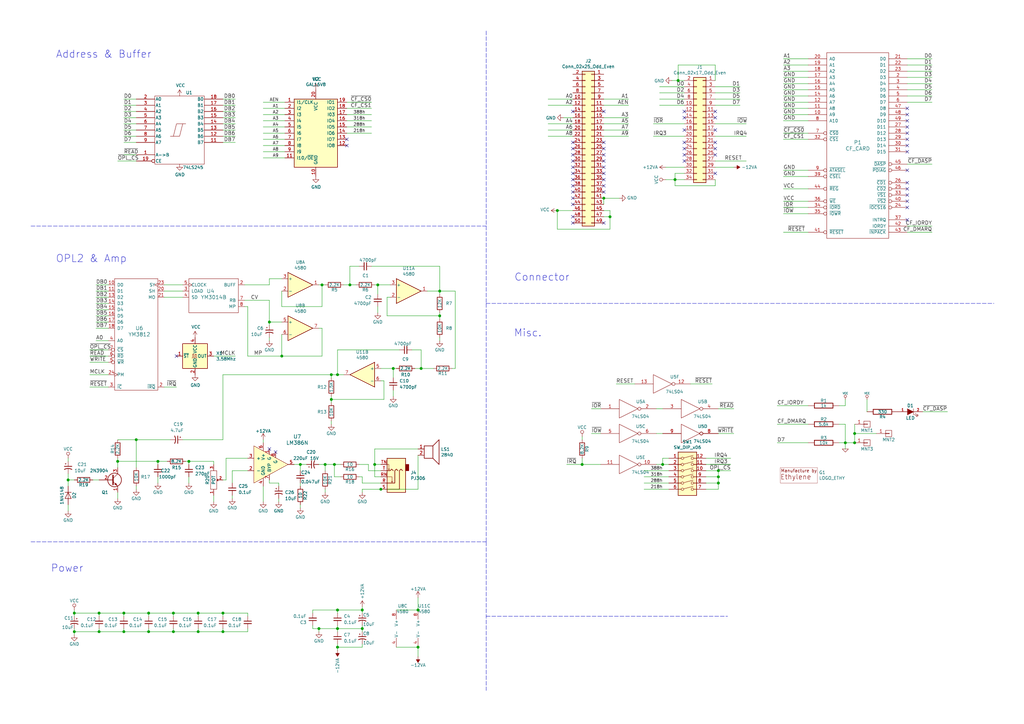
<source format=kicad_sch>
(kicad_sch (version 20201015) (generator eeschema)
  (paper "A3")
  (title_block (title "AdLiCF for Sharp PC-4700 series") (date "2021-06-26") (rev "1.0") (company "EET"))
  (lib_symbols
    (symbol "Adlib-rescue:+12VA" (power) (pin_names (offset 0))
      (property "Value" "+12VA" (at 0 3.556 0))
      (symbol "+12VA_1_1"
        (pin power_in line (at 0 0 90) (length 0) hide (name "+12VA") (number "1"))
      )
    )
    (symbol "Adlib-rescue:-12VA" (power) (pin_names (offset 0))
      (property "Value" "-12VA" (at 0 3.556 0))
      (symbol "-12VA_0_0"
        (pin power_in line (at 0 0 90) (length 0) hide (name "-12VA") (number "1"))
      )
    )
    (symbol "Adlib-rescue:74LS04" (pin_names (offset 0.762))
      (property "Reference" "U" (at 4.953 2.921 0))
      (property "Value" "74LS04" (at 4.826 -3.175 0))
      (symbol "74LS04_0_0"
        (pin power_in line (at -1.27 2.54 90) (length 0) hide (name "VCC") (number "14"))
        (pin power_in line (at -1.27 -2.54 90) (length 0) hide (name "GND") (number "7"))
      )
      (symbol "74LS04_1_1"
        (pin input line (at -11.43 0 0) (length 7.62) (name "~") (number "1"))
        (pin output inverted (at 11.43 0 180) (length 7.62) (name "~") (number "2"))
      )
      (symbol "74LS04_1_2"
        (pin input inverted (at -11.43 0 0) (length 7.62) (name "~") (number "1"))
        (pin output line (at 11.43 0 180) (length 7.62) (name "~") (number "2"))
      )
      (symbol "74LS04_2_1"
        (pin input line (at -11.43 0 0) (length 7.62) (name "~") (number "3"))
        (pin output inverted (at 11.43 0 180) (length 7.62) (name "~") (number "4"))
      )
      (symbol "74LS04_2_2"
        (pin input inverted (at -11.43 0 0) (length 7.62) (name "~") (number "3"))
        (pin output line (at 11.43 0 180) (length 7.62) (name "~") (number "4"))
      )
      (symbol "74LS04_3_1"
        (pin input line (at -11.43 0 0) (length 7.62) (name "~") (number "5"))
        (pin output inverted (at 11.43 0 180) (length 7.62) (name "~") (number "6"))
      )
      (symbol "74LS04_3_2"
        (pin input inverted (at -11.43 0 0) (length 7.62) (name "~") (number "5"))
        (pin output line (at 11.43 0 180) (length 7.62) (name "~") (number "6"))
      )
      (symbol "74LS04_4_1"
        (pin output inverted (at 11.43 0 180) (length 7.62) (name "~") (number "8"))
        (pin input line (at -11.43 0 0) (length 7.62) (name "~") (number "9"))
      )
      (symbol "74LS04_4_2"
        (pin output line (at 11.43 0 180) (length 7.62) (name "~") (number "8"))
        (pin input inverted (at -11.43 0 0) (length 7.62) (name "~") (number "9"))
      )
      (symbol "74LS04_5_1"
        (pin output inverted (at 11.43 0 180) (length 7.62) (name "~") (number "10"))
        (pin input line (at -11.43 0 0) (length 7.62) (name "~") (number "11"))
      )
      (symbol "74LS04_5_2"
        (pin output line (at 11.43 0 180) (length 7.62) (name "~") (number "10"))
        (pin input inverted (at -11.43 0 0) (length 7.62) (name "~") (number "11"))
      )
      (symbol "74LS04_6_1"
        (pin output inverted (at 11.43 0 180) (length 7.62) (name "~") (number "12"))
        (pin input line (at -11.43 0 0) (length 7.62) (name "~") (number "13"))
      )
      (symbol "74LS04_6_2"
        (pin output line (at 11.43 0 180) (length 7.62) (name "~") (number "12"))
        (pin input inverted (at -11.43 0 0) (length 7.62) (name "~") (number "13"))
      )
    )
    (symbol "Adlib-rescue:74LS245" (pin_names (offset 0.254))
      (property "Reference" "U" (at 2.54 14.605 0))
      (property "Value" "74LS245" (at 1.27 -14.605 0))
      (symbol "74LS245_0_0"
        (pin power_in line (at 0 -13.97 90) (length 0) hide (name "GND") (number "10"))
        (pin power_in line (at 0 13.97 270) (length 0) hide (name "VCC") (number "20"))
      )
      (symbol "74LS245_1_1"
        (pin input line (at -17.78 -10.16 0) (length 7.62) (name "A->B") (number "1"))
        (pin tri_state line (at 17.78 -5.08 180) (length 7.62) (name "B7") (number "11"))
        (pin tri_state line (at 17.78 -2.54 180) (length 7.62) (name "B6") (number "12"))
        (pin tri_state line (at 17.78 0 180) (length 7.62) (name "B5") (number "13"))
        (pin tri_state line (at 17.78 2.54 180) (length 7.62) (name "B4") (number "14"))
        (pin tri_state line (at 17.78 5.08 180) (length 7.62) (name "B3") (number "15"))
        (pin tri_state line (at 17.78 7.62 180) (length 7.62) (name "B2") (number "16"))
        (pin tri_state line (at 17.78 10.16 180) (length 7.62) (name "B1") (number "17"))
        (pin tri_state line (at 17.78 12.7 180) (length 7.62) (name "B0") (number "18"))
        (pin input inverted (at -17.78 -12.7 0) (length 7.62) (name "CE") (number "19"))
        (pin tri_state line (at -17.78 12.7 0) (length 7.62) (name "A0") (number "2"))
        (pin tri_state line (at -17.78 10.16 0) (length 7.62) (name "A1") (number "3"))
        (pin tri_state line (at -17.78 7.62 0) (length 7.62) (name "A2") (number "4"))
        (pin tri_state line (at -17.78 5.08 0) (length 7.62) (name "A3") (number "5"))
        (pin tri_state line (at -17.78 2.54 0) (length 7.62) (name "A4") (number "6"))
        (pin tri_state line (at -17.78 0 0) (length 7.62) (name "A5") (number "7"))
        (pin tri_state line (at -17.78 -2.54 0) (length 7.62) (name "A6") (number "8"))
        (pin tri_state line (at -17.78 -5.08 0) (length 7.62) (name "A7") (number "9"))
      )
    )
    (symbol "Adlib-rescue:CONN_01X01" (pin_names (offset 1.016) hide)
      (property "Reference" "P" (at 0 2.54 0))
      (property "Value" "CONN_01X01" (at 2.54 0 90))
      (symbol "CONN_01X01_1_1"
        (pin passive line (at -5.08 0 0) (length 3.81) (name "P1") (number "1"))
      )
    )
    (symbol "Adlib-rescue:CP1_Small" (pin_numbers hide) (pin_names (offset 0.254) hide)
      (property "Reference" "C" (at 0.254 1.778 0))
      (property "Value" "CP1_Small" (at 0.254 -2.032 0))
      (symbol "CP1_Small_1_1"
        (pin passive line (at 0 2.54 270) (length 2.032) (name "~") (number "1"))
        (pin passive line (at 0 -2.54 90) (length 2.032) (name "~") (number "2"))
      )
    )
    (symbol "Adlib-rescue:C_Small" (pin_numbers hide) (pin_names (offset 0.254) hide)
      (property "Reference" "C" (at 0.254 1.778 0))
      (property "Value" "C_Small" (at 0.254 -2.032 0))
      (symbol "C_Small_1_1"
        (pin passive line (at 0 2.54 270) (length 2.032) (name "~") (number "1"))
        (pin passive line (at 0 -2.54 90) (length 2.032) (name "~") (number "2"))
      )
    )
    (symbol "Adlib-rescue:D" (pin_numbers hide) (pin_names (offset 1.016) hide)
      (property "Reference" "D" (at 0 2.54 0))
      (property "Value" "D" (at 0 -2.54 0))
      (symbol "D_1_1"
        (pin passive line (at -3.81 0 0) (length 2.54) (name "K") (number "1"))
        (pin passive line (at 3.81 0 180) (length 2.54) (name "A") (number "2"))
      )
    )
    (symbol "Adlib-rescue:GND" (power) (pin_names (offset 0))
      (property "Value" "GND" (at 0 -3.81 0))
      (symbol "GND_1_1"
        (pin power_in line (at 0 0 270) (length 0) hide (name "GND") (number "1"))
      )
    )
    (symbol "Adlib-rescue:LM386N" (pin_names (offset 1.016))
      (property "Reference" "U" (at 10.16 11.43 0))
      (property "Value" "LM386N" (at 10.16 8.89 0))
      (symbol "LM386N_1_1"
        (pin passive line (at -1.27 6.35 270) (length 2.159) (name "G") (number "1"))
        (pin passive line (at -10.16 -2.54 0) (length 2.54) (name "-") (number "2"))
        (pin passive line (at -10.16 2.54 0) (length 2.54) (name "+") (number "3"))
        (pin power_in line (at -3.81 -8.89 90) (length 3.302) (name "GND") (number "4"))
        (pin passive line (at 8.89 0 180) (length 2.54) (name "~") (number "5"))
        (pin power_in line (at -3.81 8.89 270) (length 3.302) (name "V+") (number "6"))
        (pin passive line (at -1.27 -6.35 90) (length 2.159) (name "BYP") (number "7"))
        (pin passive line (at 1.27 5.08 270) (length 2.286) (name "G") (number "8"))
      )
    )
    (symbol "Adlib-rescue:POT-RESCUE-Adlib" (pin_names (offset 1.016) hide)
      (property "Reference" "RV" (at 0 -2.54 0))
      (property "Value" "POT-RESCUE-Adlib" (at 0 0 0))
      (symbol "POT-RESCUE-Adlib_1_1"
        (pin passive line (at -6.35 0 0) (length 2.54) (name "1") (number "1"))
        (pin passive line (at 0 3.81 270) (length 2.032) (name "2") (number "2"))
        (pin passive line (at 6.35 0 180) (length 2.54) (name "3") (number "3"))
      )
    )
    (symbol "Adlib-rescue:Q_NPN_EBC" (pin_names (offset 0) hide)
      (property "Reference" "Q" (at 5.08 1.27 0))
      (property "Value" "Q_NPN_EBC" (at 5.08 -1.27 0))
      (symbol "Q_NPN_EBC_1_1"
        (pin passive line (at 2.54 -5.08 90) (length 2.54) (name "E") (number "1"))
        (pin passive line (at -5.08 0 0) (length 5.715) (name "B") (number "2"))
        (pin passive line (at 2.54 5.08 270) (length 2.54) (name "C") (number "3"))
      )
    )
    (symbol "Adlib-rescue:R" (pin_numbers hide) (pin_names (offset 0))
      (property "Reference" "R" (at 2.032 0 90))
      (property "Value" "R" (at 0 0 90))
      (symbol "R_1_1"
        (pin passive line (at 0 3.81 270) (length 1.27) (name "~") (number "1"))
        (pin passive line (at 0 -3.81 90) (length 1.27) (name "~") (number "2"))
      )
    )
    (symbol "Adlib-rescue:VCC" (power) (pin_names (offset 0))
      (property "Value" "VCC" (at 0 3.81 0))
      (symbol "VCC_1_1"
        (pin power_in line (at 0 0 90) (length 0) hide (name "VCC") (number "1"))
      )
    )
    (symbol "Adlib-rescue:YM3014B" (pin_names (offset 1.016))
      (property "Reference" "U" (at 0 0 0))
      (property "Value" "YM3014B" (at 1.27 -2.54 0))
      (symbol "YM3014B_1_1"
        (pin power_in line (at 0 5.08 270) (length 0) hide (name "VCC") (number "1"))
        (pin output line (at 13.97 2.54 180) (length 2.54) (name "BUFF") (number "2"))
        (pin input line (at -11.43 0 0) (length 2.54) (name "LOAD") (number "3"))
        (pin input line (at -11.43 -2.54 0) (length 2.54) (name "SD") (number "4"))
        (pin input clock (at -11.43 2.54 0) (length 2.54) (name "CLOCK") (number "5"))
        (pin power_in line (at 0 -8.89 90) (length 0) hide (name "GND") (number "6"))
        (pin output line (at 13.97 -3.81 180) (length 2.54) (name "RB") (number "7"))
        (pin passive line (at 13.97 -6.35 180) (length 2.54) (name "MP") (number "8"))
      )
    )
    (symbol "Adlib-rescue:YM3812" (pin_names (offset 1.016))
      (property "Reference" "U" (at 0 0 0))
      (property "Value" "YM3812" (at 0 -2.54 0))
      (symbol "YM3812_1_1"
        (pin power_in line (at 0 20.32 270) (length 0) hide (name "VCC") (number "1"))
        (pin bidirectional line (at -12.7 17.78 0) (length 2.54) (name "D0") (number "10"))
        (pin bidirectional line (at -12.7 15.24 0) (length 2.54) (name "D1") (number "11"))
        (pin power_in line (at 0 -25.4 90) (length 0) hide (name "GND") (number "12"))
        (pin bidirectional line (at -12.7 12.7 0) (length 2.54) (name "D2") (number "13"))
        (pin bidirectional line (at -12.7 10.16 0) (length 2.54) (name "D3") (number "14"))
        (pin bidirectional line (at -12.7 7.62 0) (length 2.54) (name "D4") (number "15"))
        (pin bidirectional line (at -12.7 5.08 0) (length 2.54) (name "D5") (number "16"))
        (pin bidirectional line (at -12.7 2.54 0) (length 2.54) (name "D6") (number "17"))
        (pin bidirectional line (at -12.7 0 0) (length 2.54) (name "D7") (number "18"))
        (pin open_collector line (at 10.16 -24.13 180) (length 2.54) (name "~IRQ") (number "2"))
        (pin output line (at 10.16 15.24 180) (length 2.54) (name "SH") (number "20"))
        (pin output line (at 10.16 12.7 180) (length 2.54) (name "MO") (number "21"))
        (pin open_collector clock (at 10.16 17.78 180) (length 2.54) (name "SY") (number "23"))
        (pin input clock (at -12.7 -19.05 0) (length 2.54) (name "PM") (number "24"))
        (pin input line (at -12.7 -24.13 0) (length 2.54) (name "~IC") (number "3"))
        (pin input line (at -12.7 -5.08 0) (length 2.54) (name "A0") (number "4"))
        (pin input inverted (at -12.7 -13.97 0) (length 2.54) (name "~WR") (number "5"))
        (pin input inverted (at -12.7 -11.43 0) (length 2.54) (name "~RD") (number "6"))
        (pin input inverted (at -12.7 -8.89 0) (length 2.54) (name "~CS") (number "7"))
      )
    )
    (symbol "Amplifier_Operational:LM2904" (pin_names (offset 0.127))
      (property "Reference" "U" (at 0 5.08 0))
      (property "Value" "LM2904" (at 0 -5.08 0))
      (symbol "LM2904_1_1"
        (pin output line (at 7.62 0 180) (length 2.54) (name "~") (number "1"))
        (pin input line (at -7.62 -2.54 0) (length 2.54) (name "-") (number "2"))
        (pin input line (at -7.62 2.54 0) (length 2.54) (name "+") (number "3"))
      )
      (symbol "LM2904_2_1"
        (pin input line (at -7.62 2.54 0) (length 2.54) (name "+") (number "5"))
        (pin input line (at -7.62 -2.54 0) (length 2.54) (name "-") (number "6"))
        (pin output line (at 7.62 0 180) (length 2.54) (name "~") (number "7"))
      )
      (symbol "LM2904_3_1"
        (pin power_in line (at -2.54 -7.62 90) (length 3.81) (name "V-") (number "4"))
        (pin power_in line (at -2.54 7.62 270) (length 3.81) (name "V+") (number "8"))
      )
    )
    (symbol "Connector:AudioJack3_SwitchTR"
      (property "Reference" "J" (at 0 8.89 0))
      (property "Value" "AudioJack3_SwitchTR" (at 0 6.35 0))
      (symbol "AudioJack3_SwitchTR_1_1"
        (pin passive line (at 5.08 0 180) (length 2.54) (name "~") (number "R"))
        (pin passive line (at 5.08 -2.54 180) (length 2.54) (name "~") (number "RN"))
        (pin passive line (at 5.08 2.54 180) (length 2.54) (name "~") (number "S"))
        (pin passive line (at 5.08 -5.08 180) (length 2.54) (name "~") (number "T"))
        (pin passive line (at 5.08 -7.62 180) (length 2.54) (name "~") (number "TN"))
      )
    )
    (symbol "Connector_Generic:Conn_02x17_Odd_Even" (pin_names (offset 1.016) hide)
      (property "Reference" "J" (at 1.27 22.86 0))
      (property "Value" "Conn_02x17_Odd_Even" (at 1.27 -22.86 0))
      (symbol "Conn_02x17_Odd_Even_1_1"
        (pin passive line (at -5.08 20.32 0) (length 3.81) (name "Pin_1") (number "1"))
        (pin passive line (at 7.62 10.16 180) (length 3.81) (name "Pin_10") (number "10"))
        (pin passive line (at -5.08 7.62 0) (length 3.81) (name "Pin_11") (number "11"))
        (pin passive line (at 7.62 7.62 180) (length 3.81) (name "Pin_12") (number "12"))
        (pin passive line (at -5.08 5.08 0) (length 3.81) (name "Pin_13") (number "13"))
        (pin passive line (at 7.62 5.08 180) (length 3.81) (name "Pin_14") (number "14"))
        (pin passive line (at -5.08 2.54 0) (length 3.81) (name "Pin_15") (number "15"))
        (pin passive line (at 7.62 2.54 180) (length 3.81) (name "Pin_16") (number "16"))
        (pin passive line (at -5.08 0 0) (length 3.81) (name "Pin_17") (number "17"))
        (pin passive line (at 7.62 0 180) (length 3.81) (name "Pin_18") (number "18"))
        (pin passive line (at -5.08 -2.54 0) (length 3.81) (name "Pin_19") (number "19"))
        (pin passive line (at 7.62 20.32 180) (length 3.81) (name "Pin_2") (number "2"))
        (pin passive line (at 7.62 -2.54 180) (length 3.81) (name "Pin_20") (number "20"))
        (pin passive line (at -5.08 -5.08 0) (length 3.81) (name "Pin_21") (number "21"))
        (pin passive line (at 7.62 -5.08 180) (length 3.81) (name "Pin_22") (number "22"))
        (pin passive line (at -5.08 -7.62 0) (length 3.81) (name "Pin_23") (number "23"))
        (pin passive line (at 7.62 -7.62 180) (length 3.81) (name "Pin_24") (number "24"))
        (pin passive line (at -5.08 -10.16 0) (length 3.81) (name "Pin_25") (number "25"))
        (pin passive line (at 7.62 -10.16 180) (length 3.81) (name "Pin_26") (number "26"))
        (pin passive line (at -5.08 -12.7 0) (length 3.81) (name "Pin_27") (number "27"))
        (pin passive line (at 7.62 -12.7 180) (length 3.81) (name "Pin_28") (number "28"))
        (pin passive line (at -5.08 -15.24 0) (length 3.81) (name "Pin_29") (number "29"))
        (pin passive line (at -5.08 17.78 0) (length 3.81) (name "Pin_3") (number "3"))
        (pin passive line (at 7.62 -15.24 180) (length 3.81) (name "Pin_30") (number "30"))
        (pin passive line (at -5.08 -17.78 0) (length 3.81) (name "Pin_31") (number "31"))
        (pin passive line (at 7.62 -17.78 180) (length 3.81) (name "Pin_32") (number "32"))
        (pin passive line (at -5.08 -20.32 0) (length 3.81) (name "Pin_33") (number "33"))
        (pin passive line (at 7.62 -20.32 180) (length 3.81) (name "Pin_34") (number "34"))
        (pin passive line (at 7.62 17.78 180) (length 3.81) (name "Pin_4") (number "4"))
        (pin passive line (at -5.08 15.24 0) (length 3.81) (name "Pin_5") (number "5"))
        (pin passive line (at 7.62 15.24 180) (length 3.81) (name "Pin_6") (number "6"))
        (pin passive line (at -5.08 12.7 0) (length 3.81) (name "Pin_7") (number "7"))
        (pin passive line (at 7.62 12.7 180) (length 3.81) (name "Pin_8") (number "8"))
        (pin passive line (at -5.08 10.16 0) (length 3.81) (name "Pin_9") (number "9"))
      )
    )
    (symbol "Connector_Generic:Conn_02x25_Odd_Even" (pin_names (offset 1.016) hide)
      (property "Reference" "J" (at 1.27 33.02 0))
      (property "Value" "Conn_02x25_Odd_Even" (at 1.27 -33.02 0))
      (symbol "Conn_02x25_Odd_Even_1_1"
        (pin passive line (at -5.08 30.48 0) (length 3.81) (name "Pin_1") (number "1"))
        (pin passive line (at 7.62 20.32 180) (length 3.81) (name "Pin_10") (number "10"))
        (pin passive line (at -5.08 17.78 0) (length 3.81) (name "Pin_11") (number "11"))
        (pin passive line (at 7.62 17.78 180) (length 3.81) (name "Pin_12") (number "12"))
        (pin passive line (at -5.08 15.24 0) (length 3.81) (name "Pin_13") (number "13"))
        (pin passive line (at 7.62 15.24 180) (length 3.81) (name "Pin_14") (number "14"))
        (pin passive line (at -5.08 12.7 0) (length 3.81) (name "Pin_15") (number "15"))
        (pin passive line (at 7.62 12.7 180) (length 3.81) (name "Pin_16") (number "16"))
        (pin passive line (at -5.08 10.16 0) (length 3.81) (name "Pin_17") (number "17"))
        (pin passive line (at 7.62 10.16 180) (length 3.81) (name "Pin_18") (number "18"))
        (pin passive line (at -5.08 7.62 0) (length 3.81) (name "Pin_19") (number "19"))
        (pin passive line (at 7.62 30.48 180) (length 3.81) (name "Pin_2") (number "2"))
        (pin passive line (at 7.62 7.62 180) (length 3.81) (name "Pin_20") (number "20"))
        (pin passive line (at -5.08 5.08 0) (length 3.81) (name "Pin_21") (number "21"))
        (pin passive line (at 7.62 5.08 180) (length 3.81) (name "Pin_22") (number "22"))
        (pin passive line (at -5.08 2.54 0) (length 3.81) (name "Pin_23") (number "23"))
        (pin passive line (at 7.62 2.54 180) (length 3.81) (name "Pin_24") (number "24"))
        (pin passive line (at -5.08 0 0) (length 3.81) (name "Pin_25") (number "25"))
        (pin passive line (at 7.62 0 180) (length 3.81) (name "Pin_26") (number "26"))
        (pin passive line (at -5.08 -2.54 0) (length 3.81) (name "Pin_27") (number "27"))
        (pin passive line (at 7.62 -2.54 180) (length 3.81) (name "Pin_28") (number "28"))
        (pin passive line (at -5.08 -5.08 0) (length 3.81) (name "Pin_29") (number "29"))
        (pin passive line (at -5.08 27.94 0) (length 3.81) (name "Pin_3") (number "3"))
        (pin passive line (at 7.62 -5.08 180) (length 3.81) (name "Pin_30") (number "30"))
        (pin passive line (at -5.08 -7.62 0) (length 3.81) (name "Pin_31") (number "31"))
        (pin passive line (at 7.62 -7.62 180) (length 3.81) (name "Pin_32") (number "32"))
        (pin passive line (at -5.08 -10.16 0) (length 3.81) (name "Pin_33") (number "33"))
        (pin passive line (at 7.62 -10.16 180) (length 3.81) (name "Pin_34") (number "34"))
        (pin passive line (at -5.08 -12.7 0) (length 3.81) (name "Pin_35") (number "35"))
        (pin passive line (at 7.62 -12.7 180) (length 3.81) (name "Pin_36") (number "36"))
        (pin passive line (at -5.08 -15.24 0) (length 3.81) (name "Pin_37") (number "37"))
        (pin passive line (at 7.62 -15.24 180) (length 3.81) (name "Pin_38") (number "38"))
        (pin passive line (at -5.08 -17.78 0) (length 3.81) (name "Pin_39") (number "39"))
        (pin passive line (at 7.62 27.94 180) (length 3.81) (name "Pin_4") (number "4"))
        (pin passive line (at 7.62 -17.78 180) (length 3.81) (name "Pin_40") (number "40"))
        (pin passive line (at -5.08 -20.32 0) (length 3.81) (name "Pin_41") (number "41"))
        (pin passive line (at 7.62 -20.32 180) (length 3.81) (name "Pin_42") (number "42"))
        (pin passive line (at -5.08 -22.86 0) (length 3.81) (name "Pin_43") (number "43"))
        (pin passive line (at 7.62 -22.86 180) (length 3.81) (name "Pin_44") (number "44"))
        (pin passive line (at -5.08 -25.4 0) (length 3.81) (name "Pin_45") (number "45"))
        (pin passive line (at 7.62 -25.4 180) (length 3.81) (name "Pin_46") (number "46"))
        (pin passive line (at -5.08 -27.94 0) (length 3.81) (name "Pin_47") (number "47"))
        (pin passive line (at 7.62 -27.94 180) (length 3.81) (name "Pin_48") (number "48"))
        (pin passive line (at -5.08 -30.48 0) (length 3.81) (name "Pin_49") (number "49"))
        (pin passive line (at -5.08 25.4 0) (length 3.81) (name "Pin_5") (number "5"))
        (pin passive line (at 7.62 -30.48 180) (length 3.81) (name "Pin_50") (number "50"))
        (pin passive line (at 7.62 25.4 180) (length 3.81) (name "Pin_6") (number "6"))
        (pin passive line (at -5.08 22.86 0) (length 3.81) (name "Pin_7") (number "7"))
        (pin passive line (at 7.62 22.86 180) (length 3.81) (name "Pin_8") (number "8"))
        (pin passive line (at -5.08 20.32 0) (length 3.81) (name "Pin_9") (number "9"))
      )
    )
    (symbol "Device:Speaker" (pin_names (offset 0) hide)
      (property "Reference" "LS" (at 1.27 5.715 0))
      (property "Value" "Speaker" (at 1.27 3.81 0))
      (symbol "Speaker_1_1"
        (pin input line (at -5.08 0 0) (length 2.54) (name "1") (number "1"))
        (pin input line (at -5.08 -2.54 0) (length 2.54) (name "2") (number "2"))
      )
    )
    (symbol "Graphic:LOGO_ETHY"
      (property "Reference" "G" (at 5.08 -1.27 0))
      (property "Value" "LOGO_ETHY" (at -2.54 -1.27 0))
      (symbol "LOGO_ETHY_0_0"
        (text "Manufacture by" (at 0 -3.81 0) (effects (font (size 1.27 1.27))))
        (text "Ethylene" (at -1.27 -6.35 0) (effects (font (size 2 2))))
      )
    )
    (symbol "Logic_Programmable:GAL16V8" (pin_names (offset 1.016))
      (property "Reference" "U" (at -8.89 16.51 0))
      (property "Value" "GAL16V8" (at 1.27 16.51 0))
      (symbol "GAL16V8_0_0"
        (pin power_in line (at 0 -17.78 90) (length 3.81) (name "GND") (number "10"))
        (pin power_in line (at 0 17.78 270) (length 3.81) (name "VCC") (number "20"))
      )
      (symbol "GAL16V8_1_1"
        (pin input line (at -12.7 12.7 0) (length 3.81) (name "I1/CLK") (number "1"))
        (pin input line (at -12.7 10.16 0) (length 3.81) (name "I2") (number "2"))
        (pin input line (at -12.7 7.62 0) (length 3.81) (name "I3") (number "3"))
        (pin input line (at -12.7 5.08 0) (length 3.81) (name "I4") (number "4"))
        (pin input line (at -12.7 2.54 0) (length 3.81) (name "I5") (number "5"))
        (pin input line (at -12.7 0 0) (length 3.81) (name "I6") (number "6"))
        (pin input line (at -12.7 -2.54 0) (length 3.81) (name "I7") (number "7"))
        (pin input line (at -12.7 -5.08 0) (length 3.81) (name "I8") (number "8"))
        (pin input line (at -12.7 -7.62 0) (length 3.81) (name "I9") (number "9"))
        (pin input line (at -12.7 -10.16 0) (length 3.81) (name "I10/~OE~") (number "11"))
        (pin tri_state line (at 12.7 -5.08 180) (length 3.81) (name "IO8") (number "12"))
        (pin tri_state line (at 12.7 -2.54 180) (length 3.81) (name "IO7") (number "13"))
        (pin tri_state line (at 12.7 0 180) (length 3.81) (name "IO6") (number "14"))
        (pin tri_state line (at 12.7 2.54 180) (length 3.81) (name "IO5") (number "15"))
        (pin tri_state line (at 12.7 5.08 180) (length 3.81) (name "IO4") (number "16"))
        (pin tri_state line (at 12.7 7.62 180) (length 3.81) (name "I03") (number "17"))
        (pin tri_state line (at 12.7 10.16 180) (length 3.81) (name "IO2") (number "18"))
        (pin tri_state line (at 12.7 12.7 180) (length 3.81) (name "IO1") (number "19"))
      )
    )
    (symbol "Oscillator:SG-5032CAN" (pin_names (offset 0.254))
      (property "Reference" "X" (at -5.08 6.35 0))
      (property "Value" "SG-5032CAN" (at 1.27 -6.35 0))
      (symbol "SG-5032CAN_1_1"
        (pin input line (at -7.62 0 0) (length 2.54) (name "~ST") (number "1"))
        (pin power_in line (at 0 -7.62 90) (length 2.54) (name "GND") (number "2"))
        (pin output line (at 7.62 0 180) (length 2.54) (name "OUT") (number "3"))
        (pin power_in line (at 0 7.62 270) (length 2.54) (name "VCC") (number "4"))
      )
    )
    (symbol "Switch:SW_DIP_x06" (pin_names (offset 0) hide)
      (property "Reference" "SW" (at 0 11.43 0))
      (property "Value" "SW_DIP_x06" (at 0 -8.89 0))
      (symbol "SW_DIP_x06_1_1"
        (pin passive line (at -7.62 7.62 0) (length 5.08) (name "~") (number "1"))
        (pin passive line (at 7.62 2.54 180) (length 5.08) (name "~") (number "10"))
        (pin passive line (at 7.62 5.08 180) (length 5.08) (name "~") (number "11"))
        (pin passive line (at 7.62 7.62 180) (length 5.08) (name "~") (number "12"))
        (pin passive line (at -7.62 5.08 0) (length 5.08) (name "~") (number "2"))
        (pin passive line (at -7.62 2.54 0) (length 5.08) (name "~") (number "3"))
        (pin passive line (at -7.62 0 0) (length 5.08) (name "~") (number "4"))
        (pin passive line (at -7.62 -2.54 0) (length 5.08) (name "~") (number "5"))
        (pin passive line (at -7.62 -5.08 0) (length 5.08) (name "~") (number "6"))
        (pin passive line (at 7.62 -5.08 180) (length 5.08) (name "~") (number "7"))
        (pin passive line (at 7.62 -2.54 180) (length 5.08) (name "~") (number "8"))
        (pin passive line (at 7.62 0 180) (length 5.08) (name "~") (number "9"))
      )
    )
    (symbol "power:GND" (power) (pin_names (offset 0))
      (property "Value" "GND" (at 0 -3.81 0))
      (symbol "GND_1_1"
        (pin power_in line (at 0 0 270) (length 0) hide (name "GND") (number "1"))
      )
    )
    (symbol "power:VCC" (power) (pin_names (offset 0))
      (property "Value" "VCC" (at 0 3.81 0))
      (symbol "VCC_1_1"
        (pin power_in line (at 0 0 90) (length 0) hide (name "VCC") (number "1"))
      )
    )
    (symbol "xt-cf-rescue:CF_CARD" (pin_names (offset 1.016))
      (property "Reference" "P" (at 0 1.27 0))
      (property "Value" "CF_CARD" (at 0 -1.27 0))
      (symbol "CF_CARD_1_1"
        (pin power_in line (at -2.54 -38.1 90) (length 0) hide (name "GND") (number "1"))
        (pin input line (at -20.32 12.7 0) (length 7.62) (name "A9") (number "10"))
        (pin input line (at -20.32 15.24 0) (length 7.62) (name "A8") (number "11"))
        (pin input line (at -20.32 17.78 0) (length 7.62) (name "A7") (number "12"))
        (pin power_in line (at -2.54 38.1 270) (length 0) hide (name "VCC") (number "13"))
        (pin input line (at -20.32 20.32 0) (length 7.62) (name "A6") (number "14"))
        (pin input line (at -20.32 22.86 0) (length 7.62) (name "A5") (number "15"))
        (pin input line (at -20.32 25.4 0) (length 7.62) (name "A4") (number "16"))
        (pin input line (at -20.32 27.94 0) (length 7.62) (name "A3") (number "17"))
        (pin input line (at -20.32 30.48 0) (length 7.62) (name "A2") (number "18"))
        (pin input line (at -20.32 33.02 0) (length 7.62) (name "A1") (number "19"))
        (pin tri_state line (at 20.32 27.94 180) (length 7.62) (name "D3") (number "2"))
        (pin input line (at -20.32 35.56 0) (length 7.62) (name "A0") (number "20"))
        (pin tri_state line (at 20.32 35.56 180) (length 7.62) (name "D0") (number "21"))
        (pin tri_state line (at 20.32 33.02 180) (length 7.62) (name "D1") (number "22"))
        (pin tri_state line (at 20.32 30.48 180) (length 7.62) (name "D2") (number "23"))
        (pin output inverted (at 20.32 -25.4 180) (length 7.62) (name "~IOCS16") (number "24"))
        (pin output inverted (at 20.32 -17.78 180) (length 7.62) (name "~CD2") (number "25"))
        (pin output inverted (at 20.32 -15.24 180) (length 7.62) (name "~CD1") (number "26"))
        (pin tri_state line (at 20.32 7.62 180) (length 7.62) (name "D11") (number "27"))
        (pin tri_state line (at 20.32 5.08 180) (length 7.62) (name "D12") (number "28"))
        (pin tri_state line (at 20.32 2.54 180) (length 7.62) (name "D13") (number "29"))
        (pin tri_state line (at 20.32 25.4 180) (length 7.62) (name "D4") (number "3"))
        (pin tri_state line (at 20.32 0 180) (length 7.62) (name "D14") (number "30"))
        (pin tri_state line (at 20.32 -2.54 180) (length 7.62) (name "D15") (number "31"))
        (pin input inverted (at -20.32 2.54 0) (length 7.62) (name "~CS1") (number "32"))
        (pin output inverted (at 20.32 -20.32 180) (length 7.62) (name "~VS1") (number "33"))
        (pin input inverted (at -20.32 -25.4 0) (length 7.62) (name "~IORD") (number "34"))
        (pin input inverted (at -20.32 -27.94 0) (length 7.62) (name "~IOWR") (number "35"))
        (pin input inverted (at -20.32 -22.86 0) (length 7.62) (name "~WE") (number "36"))
        (pin output line (at 20.32 -30.48 180) (length 7.62) (name "INTRQ") (number "37"))
        (pin power_in line (at 2.54 38.1 270) (length 0) hide (name "VCC") (number "38"))
        (pin input inverted (at -20.32 -12.7 0) (length 7.62) (name "~CSEL") (number "39"))
        (pin tri_state line (at 20.32 22.86 180) (length 7.62) (name "D5") (number "4"))
        (pin output inverted (at 20.32 -22.86 180) (length 7.62) (name "~VS2") (number "40"))
        (pin input inverted (at -20.32 -35.56 0) (length 7.62) (name "~RESET") (number "41"))
        (pin output line (at 20.32 -33.02 180) (length 7.62) (name "IORDY") (number "42"))
        (pin output line (at 20.32 -35.56 180) (length 7.62) (name "~INPACK") (number "43"))
        (pin input inverted (at -20.32 -17.78 0) (length 7.62) (name "~REG") (number "44"))
        (pin output inverted (at 20.32 -7.62 180) (length 7.62) (name "~DASP") (number "45"))
        (pin output inverted (at 20.32 -10.16 180) (length 7.62) (name "~PDIAG") (number "46"))
        (pin tri_state line (at 20.32 15.24 180) (length 7.62) (name "D8") (number "47"))
        (pin tri_state line (at 20.32 12.7 180) (length 7.62) (name "D9") (number "48"))
        (pin tri_state line (at 20.32 10.16 180) (length 7.62) (name "D10") (number "49"))
        (pin tri_state line (at 20.32 20.32 180) (length 7.62) (name "D6") (number "5"))
        (pin power_in line (at 2.54 -38.1 90) (length 0) hide (name "GND") (number "50"))
        (pin tri_state line (at 20.32 17.78 180) (length 7.62) (name "D7") (number "6"))
        (pin input inverted (at -20.32 5.08 0) (length 7.62) (name "~CS0") (number "7"))
        (pin input line (at -20.32 10.16 0) (length 7.62) (name "A10") (number "8"))
        (pin input inverted (at -20.32 -10.16 0) (length 7.62) (name "~ATASEL") (number "9"))
      )
    )
    (symbol "xt-cf-rescue:GND" (power) (pin_names (offset 0))
      (symbol "GND_1_1"
        (pin power_in line (at 0 0 90) (length 0) hide (name "GND") (number "1"))
      )
    )
    (symbol "xt-cf-rescue:LED" (pin_names (offset 1.016) hide)
      (property "Reference" "D" (at 0 2.54 0))
      (property "Value" "LED" (at 0 -2.54 0))
      (symbol "LED_1_1"
        (pin passive line (at -5.08 0 0) (length 3.81) (name "A") (number "1"))
        (pin passive line (at 5.08 0 180) (length 3.81) (name "K") (number "2"))
      )
    )
    (symbol "xt-cf-rescue:R" (pin_numbers hide) (pin_names (offset 0))
      (property "Reference" "R" (at 2.032 0 90))
      (property "Value" "R" (at 0 0 90))
      (symbol "R_1_1"
        (pin passive line (at 0 6.35 270) (length 2.54) (name "~") (number "1"))
        (pin passive line (at 0 -6.35 90) (length 2.54) (name "~") (number "2"))
      )
    )
    (symbol "xt-cf-rescue:VCC" (power) (pin_names (offset 0))
      (property "Value" "VCC" (at 0 2.54 0))
      (symbol "VCC_0_0"
        (pin power_in line (at 0 0 90) (length 0) hide (name "VCC") (number "1"))
      )
    )
  )
  (junction (at 27.94 196.85) (diameter 1.016))
  (junction (at 30.48 251.46) (diameter 1.016))
  (junction (at 30.48 259.08) (diameter 1.016))
  (junction (at 40.64 251.46) (diameter 1.016))
  (junction (at 40.64 259.08) (diameter 1.016))
  (junction (at 48.26 189.23) (diameter 1.016))
  (junction (at 50.8 251.46) (diameter 1.016))
  (junction (at 50.8 259.08) (diameter 1.016))
  (junction (at 55.88 180.34) (diameter 1.016))
  (junction (at 60.96 251.46) (diameter 1.016))
  (junction (at 60.96 259.08) (diameter 1.016))
  (junction (at 64.77 189.23) (diameter 1.016))
  (junction (at 71.12 251.46) (diameter 1.016))
  (junction (at 71.12 259.08) (diameter 1.016))
  (junction (at 77.47 189.23) (diameter 1.016))
  (junction (at 81.28 251.46) (diameter 1.016))
  (junction (at 81.28 259.08) (diameter 1.016))
  (junction (at 91.44 251.46) (diameter 1.016))
  (junction (at 91.44 259.08) (diameter 1.016))
  (junction (at 110.49 132.08) (diameter 1.016))
  (junction (at 115.57 146.05) (diameter 1.016))
  (junction (at 123.19 190.5) (diameter 1.016))
  (junction (at 130.81 257.81) (diameter 1.016))
  (junction (at 132.08 116.84) (diameter 1.016))
  (junction (at 133.35 190.5) (diameter 1.016))
  (junction (at 135.89 153.67) (diameter 1.016))
  (junction (at 135.89 163.83) (diameter 1.016))
  (junction (at 137.16 190.5) (diameter 1.016))
  (junction (at 138.43 153.67) (diameter 1.016))
  (junction (at 138.43 250.19) (diameter 1.016))
  (junction (at 138.43 257.81) (diameter 1.016))
  (junction (at 138.43 265.43) (diameter 1.016))
  (junction (at 143.51 116.84) (diameter 1.016))
  (junction (at 148.59 250.19) (diameter 1.016))
  (junction (at 148.59 257.81) (diameter 1.016))
  (junction (at 153.67 190.5) (diameter 1.016))
  (junction (at 154.94 116.84) (diameter 1.016))
  (junction (at 156.21 200.66) (diameter 1.016))
  (junction (at 161.29 151.13) (diameter 1.016))
  (junction (at 171.45 250.19) (diameter 1.016))
  (junction (at 171.45 265.43) (diameter 1.016))
  (junction (at 172.72 151.13) (diameter 1.016))
  (junction (at 180.34 119.38) (diameter 1.016))
  (junction (at 180.34 129.54) (diameter 1.016))
  (junction (at 228.6 86.36) (diameter 1.016))
  (junction (at 238.76 190.5) (diameter 1.016))
  (junction (at 247.65 81.28) (diameter 1.016))
  (junction (at 250.19 88.9) (diameter 1.016))
  (junction (at 271.78 190.5) (diameter 1.016))
  (junction (at 276.86 73.66) (diameter 1.016))
  (junction (at 278.13 33.02) (diameter 1.016))
  (junction (at 294.64 193.04) (diameter 1.016))
  (junction (at 294.64 195.58) (diameter 1.016))
  (junction (at 294.64 198.12) (diameter 1.016))
  (junction (at 346.71 181.61) (diameter 1.016))
  (junction (at 350.52 177.8) (diameter 1.016))
  (junction (at 350.52 181.61) (diameter 1.016))
  (no_connect (at 72.39 146.05))
  (no_connect (at 110.49 184.15))
  (no_connect (at 113.03 185.42))
  (no_connect (at 142.24 57.15))
  (no_connect (at 142.24 59.69))
  (no_connect (at 234.95 45.72))
  (no_connect (at 234.95 58.42))
  (no_connect (at 234.95 60.96))
  (no_connect (at 234.95 63.5))
  (no_connect (at 234.95 66.04))
  (no_connect (at 234.95 68.58))
  (no_connect (at 234.95 71.12))
  (no_connect (at 234.95 73.66))
  (no_connect (at 234.95 76.2))
  (no_connect (at 234.95 78.74))
  (no_connect (at 234.95 81.28))
  (no_connect (at 234.95 83.82))
  (no_connect (at 234.95 88.9))
  (no_connect (at 234.95 91.44))
  (no_connect (at 247.65 45.72))
  (no_connect (at 247.65 58.42))
  (no_connect (at 247.65 60.96))
  (no_connect (at 247.65 63.5))
  (no_connect (at 247.65 66.04))
  (no_connect (at 247.65 68.58))
  (no_connect (at 247.65 71.12))
  (no_connect (at 247.65 73.66))
  (no_connect (at 247.65 76.2))
  (no_connect (at 247.65 78.74))
  (no_connect (at 247.65 91.44))
  (no_connect (at 280.67 45.72))
  (no_connect (at 280.67 48.26))
  (no_connect (at 280.67 53.34))
  (no_connect (at 280.67 58.42))
  (no_connect (at 280.67 60.96))
  (no_connect (at 280.67 63.5))
  (no_connect (at 280.67 66.04))
  (no_connect (at 293.37 45.72))
  (no_connect (at 293.37 48.26))
  (no_connect (at 293.37 53.34))
  (no_connect (at 293.37 58.42))
  (no_connect (at 293.37 60.96))
  (no_connect (at 293.37 63.5))
  (no_connect (at 293.37 71.12))
  (no_connect (at 372.11 44.45))
  (no_connect (at 372.11 46.99))
  (no_connect (at 372.11 49.53))
  (no_connect (at 372.11 52.07))
  (no_connect (at 372.11 54.61))
  (no_connect (at 372.11 57.15))
  (no_connect (at 372.11 59.69))
  (no_connect (at 372.11 62.23))
  (no_connect (at 372.11 69.85))
  (no_connect (at 372.11 74.93))
  (no_connect (at 372.11 77.47))
  (no_connect (at 372.11 80.01))
  (no_connect (at 372.11 82.55))
  (no_connect (at 372.11 85.09))
  (no_connect (at 372.11 90.17))
  (wire (pts (xy 27.94 189.23) (xy 27.94 187.96)))
  (wire (pts (xy 27.94 194.31) (xy 27.94 196.85)))
  (wire (pts (xy 27.94 196.85) (xy 27.94 199.39)))
  (wire (pts (xy 27.94 196.85) (xy 30.48 196.85)))
  (wire (pts (xy 27.94 209.55) (xy 27.94 207.01)))
  (wire (pts (xy 30.48 250.19) (xy 30.48 251.46)))
  (wire (pts (xy 30.48 251.46) (xy 30.48 252.73)))
  (wire (pts (xy 30.48 257.81) (xy 30.48 259.08)))
  (wire (pts (xy 30.48 259.08) (xy 30.48 260.35)))
  (wire (pts (xy 38.1 196.85) (xy 40.64 196.85)))
  (wire (pts (xy 39.37 119.38) (xy 44.45 119.38)))
  (wire (pts (xy 39.37 121.92) (xy 44.45 121.92)))
  (wire (pts (xy 39.37 127) (xy 44.45 127)))
  (wire (pts (xy 39.37 129.54) (xy 44.45 129.54)))
  (wire (pts (xy 39.37 132.08) (xy 44.45 132.08)))
  (wire (pts (xy 39.37 134.62) (xy 44.45 134.62)))
  (wire (pts (xy 40.64 251.46) (xy 30.48 251.46)))
  (wire (pts (xy 40.64 251.46) (xy 40.64 252.73)))
  (wire (pts (xy 40.64 259.08) (xy 30.48 259.08)))
  (wire (pts (xy 40.64 259.08) (xy 40.64 257.81)))
  (wire (pts (xy 44.45 116.84) (xy 39.37 116.84)))
  (wire (pts (xy 44.45 124.46) (xy 39.37 124.46)))
  (wire (pts (xy 44.45 139.7) (xy 39.37 139.7)))
  (wire (pts (xy 44.45 143.51) (xy 36.83 143.51)))
  (wire (pts (xy 44.45 146.05) (xy 36.83 146.05)))
  (wire (pts (xy 44.45 148.59) (xy 36.83 148.59)))
  (wire (pts (xy 44.45 153.67) (xy 36.83 153.67)))
  (wire (pts (xy 44.45 158.75) (xy 36.83 158.75)))
  (wire (pts (xy 48.26 66.04) (xy 55.88 66.04)))
  (wire (pts (xy 48.26 180.34) (xy 55.88 180.34)))
  (wire (pts (xy 48.26 187.96) (xy 48.26 189.23)))
  (wire (pts (xy 48.26 189.23) (xy 48.26 191.77)))
  (wire (pts (xy 48.26 189.23) (xy 64.77 189.23)))
  (wire (pts (xy 48.26 201.93) (xy 48.26 204.47)))
  (wire (pts (xy 50.8 251.46) (xy 40.64 251.46)))
  (wire (pts (xy 50.8 252.73) (xy 50.8 251.46)))
  (wire (pts (xy 50.8 259.08) (xy 40.64 259.08)))
  (wire (pts (xy 50.8 259.08) (xy 50.8 257.81)))
  (wire (pts (xy 55.88 40.64) (xy 50.8 40.64)))
  (wire (pts (xy 55.88 43.18) (xy 50.8 43.18)))
  (wire (pts (xy 55.88 45.72) (xy 50.8 45.72)))
  (wire (pts (xy 55.88 48.26) (xy 50.8 48.26)))
  (wire (pts (xy 55.88 50.8) (xy 50.8 50.8)))
  (wire (pts (xy 55.88 53.34) (xy 50.8 53.34)))
  (wire (pts (xy 55.88 55.88) (xy 50.8 55.88)))
  (wire (pts (xy 55.88 58.42) (xy 50.8 58.42)))
  (wire (pts (xy 55.88 63.5) (xy 50.8 63.5)))
  (wire (pts (xy 55.88 180.34) (xy 69.85 180.34)))
  (wire (pts (xy 55.88 191.77) (xy 55.88 180.34)))
  (wire (pts (xy 55.88 199.39) (xy 55.88 200.66)))
  (wire (pts (xy 60.96 251.46) (xy 50.8 251.46)))
  (wire (pts (xy 60.96 252.73) (xy 60.96 251.46)))
  (wire (pts (xy 60.96 259.08) (xy 50.8 259.08)))
  (wire (pts (xy 60.96 259.08) (xy 60.96 257.81)))
  (wire (pts (xy 64.77 189.23) (xy 64.77 190.5)))
  (wire (pts (xy 64.77 189.23) (xy 68.58 189.23)))
  (wire (pts (xy 64.77 195.58) (xy 64.77 198.12)))
  (wire (pts (xy 67.31 116.84) (xy 74.93 116.84)))
  (wire (pts (xy 67.31 119.38) (xy 74.93 119.38)))
  (wire (pts (xy 67.31 121.92) (xy 74.93 121.92)))
  (wire (pts (xy 67.31 158.75) (xy 72.39 158.75)))
  (wire (pts (xy 71.12 251.46) (xy 60.96 251.46)))
  (wire (pts (xy 71.12 252.73) (xy 71.12 251.46)))
  (wire (pts (xy 71.12 259.08) (xy 60.96 259.08)))
  (wire (pts (xy 71.12 259.08) (xy 71.12 257.81)))
  (wire (pts (xy 76.2 189.23) (xy 77.47 189.23)))
  (wire (pts (xy 77.47 189.23) (xy 77.47 190.5)))
  (wire (pts (xy 77.47 189.23) (xy 87.63 189.23)))
  (wire (pts (xy 77.47 195.58) (xy 77.47 198.12)))
  (wire (pts (xy 81.28 251.46) (xy 71.12 251.46)))
  (wire (pts (xy 81.28 252.73) (xy 81.28 251.46)))
  (wire (pts (xy 81.28 259.08) (xy 71.12 259.08)))
  (wire (pts (xy 81.28 259.08) (xy 81.28 257.81)))
  (wire (pts (xy 87.63 146.05) (xy 96.52 146.05)))
  (wire (pts (xy 87.63 189.23) (xy 87.63 190.5)))
  (wire (pts (xy 87.63 203.2) (xy 87.63 205.74)))
  (wire (pts (xy 91.44 40.64) (xy 96.52 40.64)))
  (wire (pts (xy 91.44 43.18) (xy 96.52 43.18)))
  (wire (pts (xy 91.44 45.72) (xy 96.52 45.72)))
  (wire (pts (xy 91.44 48.26) (xy 96.52 48.26)))
  (wire (pts (xy 91.44 50.8) (xy 96.52 50.8)))
  (wire (pts (xy 91.44 53.34) (xy 96.52 53.34)))
  (wire (pts (xy 91.44 55.88) (xy 96.52 55.88)))
  (wire (pts (xy 91.44 58.42) (xy 96.52 58.42)))
  (wire (pts (xy 91.44 153.67) (xy 91.44 180.34)))
  (wire (pts (xy 91.44 153.67) (xy 135.89 153.67)))
  (wire (pts (xy 91.44 180.34) (xy 74.93 180.34)))
  (wire (pts (xy 91.44 251.46) (xy 81.28 251.46)))
  (wire (pts (xy 91.44 252.73) (xy 91.44 251.46)))
  (wire (pts (xy 91.44 259.08) (xy 81.28 259.08)))
  (wire (pts (xy 91.44 259.08) (xy 91.44 257.81)))
  (wire (pts (xy 92.71 187.96) (xy 92.71 196.85)))
  (wire (pts (xy 92.71 187.96) (xy 101.6 187.96)))
  (wire (pts (xy 92.71 196.85) (xy 91.44 196.85)))
  (wire (pts (xy 95.25 193.04) (xy 95.25 198.12)))
  (wire (pts (xy 95.25 203.2) (xy 95.25 204.47)))
  (wire (pts (xy 100.33 123.19) (xy 110.49 123.19)))
  (wire (pts (xy 100.33 125.73) (xy 101.6 125.73)))
  (wire (pts (xy 101.6 125.73) (xy 101.6 146.05)))
  (wire (pts (xy 101.6 146.05) (xy 115.57 146.05)))
  (wire (pts (xy 101.6 193.04) (xy 95.25 193.04)))
  (wire (pts (xy 101.6 251.46) (xy 91.44 251.46)))
  (wire (pts (xy 101.6 252.73) (xy 101.6 251.46)))
  (wire (pts (xy 101.6 257.81) (xy 101.6 259.08)))
  (wire (pts (xy 101.6 259.08) (xy 91.44 259.08)))
  (wire (pts (xy 107.95 41.91) (xy 116.84 41.91)))
  (wire (pts (xy 107.95 44.45) (xy 116.84 44.45)))
  (wire (pts (xy 107.95 46.99) (xy 116.84 46.99)))
  (wire (pts (xy 107.95 49.53) (xy 116.84 49.53)))
  (wire (pts (xy 107.95 52.07) (xy 116.84 52.07)))
  (wire (pts (xy 107.95 54.61) (xy 116.84 54.61)))
  (wire (pts (xy 107.95 57.15) (xy 116.84 57.15)))
  (wire (pts (xy 107.95 59.69) (xy 116.84 59.69)))
  (wire (pts (xy 107.95 62.23) (xy 116.84 62.23)))
  (wire (pts (xy 107.95 64.77) (xy 116.84 64.77)))
  (wire (pts (xy 107.95 180.34) (xy 107.95 181.61)))
  (wire (pts (xy 107.95 199.39) (xy 107.95 205.74)))
  (wire (pts (xy 110.49 114.3) (xy 110.49 116.84)))
  (wire (pts (xy 110.49 114.3) (xy 115.57 114.3)))
  (wire (pts (xy 110.49 116.84) (xy 100.33 116.84)))
  (wire (pts (xy 110.49 123.19) (xy 110.49 132.08)))
  (wire (pts (xy 110.49 132.08) (xy 110.49 133.35)))
  (wire (pts (xy 110.49 138.43) (xy 110.49 139.7)))
  (wire (pts (xy 110.49 196.85) (xy 110.49 198.12)))
  (wire (pts (xy 110.49 198.12) (xy 114.3 198.12)))
  (wire (pts (xy 114.3 198.12) (xy 114.3 199.39)))
  (wire (pts (xy 114.3 204.47) (xy 114.3 205.74)))
  (wire (pts (xy 115.57 119.38) (xy 115.57 125.73)))
  (wire (pts (xy 115.57 132.08) (xy 110.49 132.08)))
  (wire (pts (xy 115.57 137.16) (xy 115.57 146.05)))
  (wire (pts (xy 115.57 146.05) (xy 132.08 146.05)))
  (wire (pts (xy 120.65 190.5) (xy 123.19 190.5)))
  (wire (pts (xy 123.19 190.5) (xy 125.73 190.5)))
  (wire (pts (xy 123.19 193.04) (xy 123.19 190.5)))
  (wire (pts (xy 123.19 199.39) (xy 123.19 198.12)))
  (wire (pts (xy 123.19 207.01) (xy 123.19 208.28)))
  (wire (pts (xy 128.27 250.19) (xy 128.27 251.46)))
  (wire (pts (xy 128.27 250.19) (xy 138.43 250.19)))
  (wire (pts (xy 128.27 256.54) (xy 128.27 257.81)))
  (wire (pts (xy 128.27 257.81) (xy 130.81 257.81)))
  (wire (pts (xy 130.81 116.84) (xy 132.08 116.84)))
  (wire (pts (xy 130.81 134.62) (xy 132.08 134.62)))
  (wire (pts (xy 130.81 190.5) (xy 133.35 190.5)))
  (wire (pts (xy 130.81 257.81) (xy 130.81 259.08)))
  (wire (pts (xy 130.81 257.81) (xy 138.43 257.81)))
  (wire (pts (xy 132.08 116.84) (xy 132.08 125.73)))
  (wire (pts (xy 132.08 116.84) (xy 133.35 116.84)))
  (wire (pts (xy 132.08 125.73) (xy 115.57 125.73)))
  (wire (pts (xy 132.08 134.62) (xy 132.08 146.05)))
  (wire (pts (xy 133.35 190.5) (xy 133.35 193.04)))
  (wire (pts (xy 133.35 190.5) (xy 137.16 190.5)))
  (wire (pts (xy 133.35 200.66) (xy 133.35 201.93)))
  (wire (pts (xy 135.89 153.67) (xy 135.89 154.94)))
  (wire (pts (xy 135.89 162.56) (xy 135.89 163.83)))
  (wire (pts (xy 135.89 163.83) (xy 135.89 165.1)))
  (wire (pts (xy 135.89 172.72) (xy 135.89 173.99)))
  (wire (pts (xy 137.16 190.5) (xy 139.7 190.5)))
  (wire (pts (xy 137.16 195.58) (xy 137.16 190.5)))
  (wire (pts (xy 138.43 143.51) (xy 163.83 143.51)))
  (wire (pts (xy 138.43 153.67) (xy 135.89 153.67)))
  (wire (pts (xy 138.43 153.67) (xy 138.43 143.51)))
  (wire (pts (xy 138.43 153.67) (xy 140.97 153.67)))
  (wire (pts (xy 138.43 250.19) (xy 148.59 250.19)))
  (wire (pts (xy 138.43 251.46) (xy 138.43 250.19)))
  (wire (pts (xy 138.43 256.54) (xy 138.43 257.81)))
  (wire (pts (xy 138.43 257.81) (xy 138.43 259.08)))
  (wire (pts (xy 138.43 257.81) (xy 148.59 257.81)))
  (wire (pts (xy 138.43 264.16) (xy 138.43 265.43)))
  (wire (pts (xy 138.43 265.43) (xy 138.43 266.7)))
  (wire (pts (xy 139.7 195.58) (xy 137.16 195.58)))
  (wire (pts (xy 140.97 116.84) (xy 143.51 116.84)))
  (wire (pts (xy 142.24 41.91) (xy 152.4 41.91)))
  (wire (pts (xy 142.24 44.45) (xy 152.4 44.45)))
  (wire (pts (xy 142.24 46.99) (xy 152.4 46.99)))
  (wire (pts (xy 142.24 49.53) (xy 152.4 49.53)))
  (wire (pts (xy 142.24 52.07) (xy 152.4 52.07)))
  (wire (pts (xy 142.24 54.61) (xy 152.4 54.61)))
  (wire (pts (xy 143.51 109.22) (xy 143.51 116.84)))
  (wire (pts (xy 143.51 116.84) (xy 146.05 116.84)))
  (wire (pts (xy 147.32 109.22) (xy 143.51 109.22)))
  (wire (pts (xy 147.32 190.5) (xy 151.13 190.5)))
  (wire (pts (xy 148.59 195.58) (xy 147.32 195.58)))
  (wire (pts (xy 148.59 198.12) (xy 148.59 195.58)))
  (wire (pts (xy 148.59 198.12) (xy 156.21 198.12)))
  (wire (pts (xy 148.59 200.66) (xy 148.59 201.93)))
  (wire (pts (xy 148.59 200.66) (xy 156.21 200.66)))
  (wire (pts (xy 148.59 248.92) (xy 148.59 250.19)))
  (wire (pts (xy 148.59 250.19) (xy 148.59 251.46)))
  (wire (pts (xy 148.59 256.54) (xy 148.59 257.81)))
  (wire (pts (xy 148.59 257.81) (xy 148.59 259.08)))
  (wire (pts (xy 148.59 264.16) (xy 148.59 265.43)))
  (wire (pts (xy 148.59 265.43) (xy 138.43 265.43)))
  (wire (pts (xy 151.13 190.5) (xy 151.13 193.04)))
  (wire (pts (xy 151.13 193.04) (xy 156.21 193.04)))
  (wire (pts (xy 153.67 116.84) (xy 154.94 116.84)))
  (wire (pts (xy 153.67 184.15) (xy 171.45 184.15)))
  (wire (pts (xy 153.67 190.5) (xy 153.67 184.15)))
  (wire (pts (xy 153.67 190.5) (xy 156.21 190.5)))
  (wire (pts (xy 153.67 195.58) (xy 153.67 190.5)))
  (wire (pts (xy 154.94 116.84) (xy 160.02 116.84)))
  (wire (pts (xy 154.94 120.65) (xy 154.94 116.84)))
  (wire (pts (xy 154.94 125.73) (xy 154.94 128.27)))
  (wire (pts (xy 156.21 156.21) (xy 157.48 156.21)))
  (wire (pts (xy 156.21 195.58) (xy 153.67 195.58)))
  (wire (pts (xy 156.21 200.66) (xy 171.45 200.66)))
  (wire (pts (xy 157.48 156.21) (xy 157.48 163.83)))
  (wire (pts (xy 157.48 163.83) (xy 135.89 163.83)))
  (wire (pts (xy 158.75 121.92) (xy 158.75 129.54)))
  (wire (pts (xy 158.75 129.54) (xy 180.34 129.54)))
  (wire (pts (xy 160.02 121.92) (xy 158.75 121.92)))
  (wire (pts (xy 161.29 151.13) (xy 156.21 151.13)))
  (wire (pts (xy 161.29 154.94) (xy 161.29 151.13)))
  (wire (pts (xy 161.29 160.02) (xy 161.29 162.56)))
  (wire (pts (xy 162.56 151.13) (xy 161.29 151.13)))
  (wire (pts (xy 162.56 250.19) (xy 171.45 250.19)))
  (wire (pts (xy 162.56 265.43) (xy 171.45 265.43)))
  (wire (pts (xy 168.91 143.51) (xy 172.72 143.51)))
  (wire (pts (xy 171.45 186.69) (xy 171.45 200.66)))
  (wire (pts (xy 171.45 250.19) (xy 171.45 245.11)))
  (wire (pts (xy 171.45 265.43) (xy 171.45 269.24)))
  (wire (pts (xy 172.72 143.51) (xy 172.72 151.13)))
  (wire (pts (xy 172.72 151.13) (xy 170.18 151.13)))
  (wire (pts (xy 172.72 151.13) (xy 177.8 151.13)))
  (wire (pts (xy 180.34 109.22) (xy 152.4 109.22)))
  (wire (pts (xy 180.34 109.22) (xy 180.34 119.38)))
  (wire (pts (xy 180.34 119.38) (xy 175.26 119.38)))
  (wire (pts (xy 180.34 119.38) (xy 180.34 120.65)))
  (wire (pts (xy 180.34 128.27) (xy 180.34 129.54)))
  (wire (pts (xy 180.34 129.54) (xy 180.34 130.81)))
  (wire (pts (xy 180.34 138.43) (xy 180.34 139.7)))
  (wire (pts (xy 185.42 151.13) (xy 186.69 151.13)))
  (wire (pts (xy 186.69 119.38) (xy 180.34 119.38)))
  (wire (pts (xy 186.69 151.13) (xy 186.69 119.38)))
  (wire (pts (xy 224.79 40.64) (xy 234.95 40.64)))
  (wire (pts (xy 224.79 43.18) (xy 234.95 43.18)))
  (wire (pts (xy 224.79 50.8) (xy 234.95 50.8)))
  (wire (pts (xy 224.79 53.34) (xy 234.95 53.34)))
  (wire (pts (xy 224.79 55.88) (xy 234.95 55.88)))
  (wire (pts (xy 228.6 86.36) (xy 228.6 93.98)))
  (wire (pts (xy 228.6 86.36) (xy 234.95 86.36)))
  (wire (pts (xy 231.14 48.26) (xy 234.95 48.26)))
  (wire (pts (xy 232.41 190.5) (xy 238.76 190.5)))
  (wire (pts (xy 238.76 179.07) (xy 238.76 180.34)))
  (wire (pts (xy 238.76 187.96) (xy 238.76 190.5)))
  (wire (pts (xy 238.76 190.5) (xy 246.38 190.5)))
  (wire (pts (xy 246.38 167.64) (xy 242.57 167.64)))
  (wire (pts (xy 246.38 177.8) (xy 242.57 177.8)))
  (wire (pts (xy 247.65 40.64) (xy 257.81 40.64)))
  (wire (pts (xy 247.65 43.18) (xy 257.81 43.18)))
  (wire (pts (xy 247.65 48.26) (xy 257.81 48.26)))
  (wire (pts (xy 247.65 50.8) (xy 257.81 50.8)))
  (wire (pts (xy 247.65 53.34) (xy 257.81 53.34)))
  (wire (pts (xy 247.65 55.88) (xy 257.81 55.88)))
  (wire (pts (xy 247.65 81.28) (xy 247.65 83.82)))
  (wire (pts (xy 247.65 81.28) (xy 254 81.28)))
  (wire (pts (xy 247.65 86.36) (xy 250.19 86.36)))
  (wire (pts (xy 247.65 88.9) (xy 250.19 88.9)))
  (wire (pts (xy 250.19 86.36) (xy 250.19 88.9)))
  (wire (pts (xy 250.19 88.9) (xy 250.19 93.98)))
  (wire (pts (xy 250.19 93.98) (xy 228.6 93.98)))
  (wire (pts (xy 260.35 157.48) (xy 252.73 157.48)))
  (wire (pts (xy 264.16 193.04) (xy 274.32 193.04)))
  (wire (pts (xy 264.16 195.58) (xy 274.32 195.58)))
  (wire (pts (xy 264.16 198.12) (xy 274.32 198.12)))
  (wire (pts (xy 264.16 200.66) (xy 274.32 200.66)))
  (wire (pts (xy 269.24 167.64) (xy 271.78 167.64)))
  (wire (pts (xy 269.24 177.8) (xy 271.78 177.8)))
  (wire (pts (xy 269.24 190.5) (xy 271.78 190.5)))
  (wire (pts (xy 270.51 35.56) (xy 280.67 35.56)))
  (wire (pts (xy 270.51 38.1) (xy 280.67 38.1)))
  (wire (pts (xy 270.51 40.64) (xy 280.67 40.64)))
  (wire (pts (xy 270.51 43.18) (xy 280.67 43.18)))
  (wire (pts (xy 271.78 187.96) (xy 271.78 190.5)))
  (wire (pts (xy 271.78 190.5) (xy 274.32 190.5)))
  (wire (pts (xy 273.05 73.66) (xy 276.86 73.66)))
  (wire (pts (xy 274.32 187.96) (xy 271.78 187.96)))
  (wire (pts (xy 275.59 33.02) (xy 278.13 33.02)))
  (wire (pts (xy 276.86 71.12) (xy 276.86 73.66)))
  (wire (pts (xy 276.86 73.66) (xy 280.67 73.66)))
  (wire (pts (xy 276.86 76.2) (xy 276.86 73.66)))
  (wire (pts (xy 278.13 26.67) (xy 278.13 33.02)))
  (wire (pts (xy 278.13 33.02) (xy 280.67 33.02)))
  (wire (pts (xy 280.67 50.8) (xy 267.97 50.8)))
  (wire (pts (xy 280.67 55.88) (xy 267.97 55.88)))
  (wire (pts (xy 280.67 68.58) (xy 273.05 68.58)))
  (wire (pts (xy 280.67 71.12) (xy 276.86 71.12)))
  (wire (pts (xy 283.21 157.48) (xy 292.1 157.48)))
  (wire (pts (xy 289.56 193.04) (xy 294.64 193.04)))
  (wire (pts (xy 289.56 195.58) (xy 294.64 195.58)))
  (wire (pts (xy 289.56 198.12) (xy 294.64 198.12)))
  (wire (pts (xy 289.56 200.66) (xy 294.64 200.66)))
  (wire (pts (xy 293.37 26.67) (xy 278.13 26.67)))
  (wire (pts (xy 293.37 33.02) (xy 293.37 26.67)))
  (wire (pts (xy 293.37 35.56) (xy 303.53 35.56)))
  (wire (pts (xy 293.37 38.1) (xy 303.53 38.1)))
  (wire (pts (xy 293.37 40.64) (xy 303.53 40.64)))
  (wire (pts (xy 293.37 43.18) (xy 303.53 43.18)))
  (wire (pts (xy 293.37 55.88) (xy 306.07 55.88)))
  (wire (pts (xy 293.37 68.58) (xy 300.99 68.58)))
  (wire (pts (xy 293.37 73.66) (xy 293.37 76.2)))
  (wire (pts (xy 293.37 76.2) (xy 276.86 76.2)))
  (wire (pts (xy 294.64 167.64) (xy 300.99 167.64)))
  (wire (pts (xy 294.64 177.8) (xy 300.99 177.8)))
  (wire (pts (xy 294.64 193.04) (xy 299.72 193.04)))
  (wire (pts (xy 294.64 195.58) (xy 294.64 193.04)))
  (wire (pts (xy 294.64 198.12) (xy 294.64 195.58)))
  (wire (pts (xy 294.64 200.66) (xy 294.64 198.12)))
  (wire (pts (xy 299.72 187.96) (xy 289.56 187.96)))
  (wire (pts (xy 299.72 190.5) (xy 289.56 190.5)))
  (wire (pts (xy 306.07 50.8) (xy 293.37 50.8)))
  (wire (pts (xy 306.07 66.04) (xy 293.37 66.04)))
  (wire (pts (xy 321.31 95.25) (xy 331.47 95.25)))
  (wire (pts (xy 331.47 24.13) (xy 321.31 24.13)))
  (wire (pts (xy 331.47 26.67) (xy 321.31 26.67)))
  (wire (pts (xy 331.47 29.21) (xy 321.31 29.21)))
  (wire (pts (xy 331.47 31.75) (xy 321.31 31.75)))
  (wire (pts (xy 331.47 34.29) (xy 321.31 34.29)))
  (wire (pts (xy 331.47 36.83) (xy 321.31 36.83)))
  (wire (pts (xy 331.47 39.37) (xy 321.31 39.37)))
  (wire (pts (xy 331.47 41.91) (xy 321.31 41.91)))
  (wire (pts (xy 331.47 44.45) (xy 321.31 44.45)))
  (wire (pts (xy 331.47 46.99) (xy 321.31 46.99)))
  (wire (pts (xy 331.47 49.53) (xy 321.31 49.53)))
  (wire (pts (xy 331.47 54.61) (xy 321.31 54.61)))
  (wire (pts (xy 331.47 57.15) (xy 321.31 57.15)))
  (wire (pts (xy 331.47 69.85) (xy 321.31 69.85)))
  (wire (pts (xy 331.47 72.39) (xy 321.31 72.39)))
  (wire (pts (xy 331.47 77.47) (xy 321.31 77.47)))
  (wire (pts (xy 331.47 82.55) (xy 321.31 82.55)))
  (wire (pts (xy 331.47 85.09) (xy 321.31 85.09)))
  (wire (pts (xy 331.47 87.63) (xy 321.31 87.63)))
  (wire (pts (xy 331.47 166.37) (xy 318.77 166.37)))
  (wire (pts (xy 331.47 173.99) (xy 318.77 173.99)))
  (wire (pts (xy 331.47 181.61) (xy 318.77 181.61)))
  (wire (pts (xy 344.17 173.99) (xy 346.71 173.99)))
  (wire (pts (xy 344.17 181.61) (xy 346.71 181.61)))
  (wire (pts (xy 346.71 163.83) (xy 346.71 166.37)))
  (wire (pts (xy 346.71 166.37) (xy 344.17 166.37)))
  (wire (pts (xy 346.71 173.99) (xy 346.71 181.61)))
  (wire (pts (xy 346.71 181.61) (xy 346.71 184.15)))
  (wire (pts (xy 350.52 173.99) (xy 350.52 177.8)))
  (wire (pts (xy 350.52 177.8) (xy 350.52 181.61)))
  (wire (pts (xy 350.52 177.8) (xy 359.41 177.8)))
  (wire (pts (xy 350.52 181.61) (xy 346.71 181.61)))
  (wire (pts (xy 355.6 168.91) (xy 355.6 163.83)))
  (wire (pts (xy 372.11 24.13) (xy 382.27 24.13)))
  (wire (pts (xy 372.11 26.67) (xy 382.27 26.67)))
  (wire (pts (xy 372.11 29.21) (xy 382.27 29.21)))
  (wire (pts (xy 372.11 31.75) (xy 382.27 31.75)))
  (wire (pts (xy 372.11 34.29) (xy 382.27 34.29)))
  (wire (pts (xy 372.11 36.83) (xy 382.27 36.83)))
  (wire (pts (xy 372.11 39.37) (xy 382.27 39.37)))
  (wire (pts (xy 372.11 41.91) (xy 382.27 41.91)))
  (wire (pts (xy 372.11 67.31) (xy 382.27 67.31)))
  (wire (pts (xy 372.11 92.71) (xy 382.27 92.71)))
  (wire (pts (xy 372.11 95.25) (xy 382.27 95.25)))
  (wire (pts (xy 378.46 168.91) (xy 388.62 168.91)))
  (polyline (pts (xy 12.7 92.71) (xy 199.39 92.71)) (stroke (width 0) (type dash)))
  (polyline (pts (xy 12.7 222.25) (xy 199.39 222.25)) (stroke (width 0) (type dash)))
  (polyline (pts (xy 199.39 12.7) (xy 199.39 92.71)) (stroke (width 0) (type dash)))
  (polyline (pts (xy 199.39 92.71) (xy 199.39 124.46)) (stroke (width 0) (type dash)))
  (polyline (pts (xy 199.39 124.46) (xy 199.39 222.25)) (stroke (width 0) (type dash)))
  (polyline (pts (xy 199.39 124.46) (xy 407.67 124.46)) (stroke (width 0) (type dash)))
  (polyline (pts (xy 199.39 222.25) (xy 199.39 283.21)) (stroke (width 0) (type dash)))
  (polyline (pts (xy 199.39 252.73) (xy 298.45 252.73)) (stroke (width 0) (type dash)))
  (text "Power" (at 34.29 234.95 180) (effects (font (size 3 3)) (justify right bottom)))
  (text "OPL2 & Amp" (at 52.07 107.95 180) (effects (font (size 3 3)) (justify right bottom)))
  (text "Address & Buffer" (at 62.23 24.13 180) (effects (font (size 3 3)) (justify right bottom)))
  (text "Misc." (at 222.25 138.43 180) (effects (font (size 3 3)) (justify right bottom)))
  (text "Connector" (at 233.68 115.57 180) (effects (font (size 3 3)) (justify right bottom)))
  (label "~OPL_CS" (at 36.83 143.51 0) (effects (font (size 1.524 1.524))))
  (label "~READ" (at 36.83 146.05 0) (effects (font (size 1.524 1.524))))
  (label "~WRITE" (at 36.83 148.59 0) (effects (font (size 1.524 1.524))))
  (label "MCLK" (at 36.83 153.67 0) (effects (font (size 1.524 1.524))))
  (label "~RESET" (at 36.83 158.75 0) (effects (font (size 1.524 1.524))))
  (label "DB0" (at 39.37 116.84 0) (effects (font (size 1.524 1.524))))
  (label "DB1" (at 39.37 119.38 0) (effects (font (size 1.524 1.524))))
  (label "DB2" (at 39.37 121.92 0) (effects (font (size 1.524 1.524))))
  (label "DB3" (at 39.37 124.46 0) (effects (font (size 1.524 1.524))))
  (label "DB4" (at 39.37 127 0) (effects (font (size 1.524 1.524))))
  (label "DB5" (at 39.37 129.54 0) (effects (font (size 1.524 1.524))))
  (label "DB6" (at 39.37 132.08 0) (effects (font (size 1.524 1.524))))
  (label "DB7" (at 39.37 134.62 0) (effects (font (size 1.524 1.524))))
  (label "A0" (at 39.37 139.7 0) (effects (font (size 1.524 1.524))))
  (label "~OPL_CS" (at 48.26 66.04 0) (effects (font (size 1.524 1.524))))
  (label "D0" (at 50.8 40.64 0) (effects (font (size 1.524 1.524))))
  (label "D1" (at 50.8 43.18 0) (effects (font (size 1.524 1.524))))
  (label "D2" (at 50.8 45.72 0) (effects (font (size 1.524 1.524))))
  (label "D3" (at 50.8 48.26 0) (effects (font (size 1.524 1.524))))
  (label "D4" (at 50.8 50.8 0) (effects (font (size 1.524 1.524))))
  (label "D5" (at 50.8 53.34 0) (effects (font (size 1.524 1.524))))
  (label "D6" (at 50.8 55.88 0) (effects (font (size 1.524 1.524))))
  (label "D7" (at 50.8 58.42 0) (effects (font (size 1.524 1.524))))
  (label "~READ" (at 50.8 63.5 0) (effects (font (size 1.524 1.524))))
  (label "~IRQ" (at 72.39 158.75 180) (effects (font (size 1.524 1.524))))
  (label "DB0" (at 96.52 40.64 180) (effects (font (size 1.524 1.524))))
  (label "DB1" (at 96.52 43.18 180) (effects (font (size 1.524 1.524))))
  (label "DB2" (at 96.52 45.72 180) (effects (font (size 1.524 1.524))))
  (label "DB3" (at 96.52 48.26 180) (effects (font (size 1.524 1.524))))
  (label "DB4" (at 96.52 50.8 180) (effects (font (size 1.524 1.524))))
  (label "DB5" (at 96.52 53.34 180) (effects (font (size 1.524 1.524))))
  (label "DB6" (at 96.52 55.88 180) (effects (font (size 1.524 1.524))))
  (label "DB7" (at 96.52 58.42 180) (effects (font (size 1.524 1.524))))
  (label "MCLK" (at 96.52 146.05 180) (effects (font (size 1.524 1.524))))
  (label "CV" (at 102.87 123.19 0) (effects (font (size 1.524 1.524))))
  (label "MP" (at 104.14 146.05 0) (effects (font (size 1.524 1.524))))
  (label "AEN" (at 114.3 41.91 180))
  (label "A1" (at 114.3 44.45 180))
  (label "A2" (at 114.3 46.99 180))
  (label "A3" (at 114.3 49.53 180))
  (label "A4" (at 114.3 52.07 180))
  (label "A5" (at 114.3 54.61 180))
  (label "A6" (at 114.3 57.15 180))
  (label "A7" (at 114.3 59.69 180))
  (label "A8" (at 114.3 62.23 180))
  (label "A9" (at 114.3 64.77 180))
  (label "388h" (at 149.86 46.99 180))
  (label "318h" (at 149.86 49.53 180))
  (label "288h" (at 149.86 52.07 180))
  (label "218h" (at 149.86 54.61 180))
  (label "~CF_CS0" (at 152.4 41.91 180) (effects (font (size 1.524 1.524))))
  (label "~CF_CS1" (at 152.4 44.45 180) (effects (font (size 1.524 1.524))))
  (label "~IRQ" (at 232.41 190.5 0) (effects (font (size 1.524 1.524))))
  (label "A0" (at 234.95 40.64 180) (effects (font (size 1.524 1.524))))
  (label "A2" (at 234.95 43.18 180) (effects (font (size 1.524 1.524))))
  (label "A4" (at 234.95 50.8 180) (effects (font (size 1.524 1.524))))
  (label "A6" (at 234.95 53.34 180) (effects (font (size 1.524 1.524))))
  (label "A8" (at 234.95 55.88 180) (effects (font (size 1.524 1.524))))
  (label "~IOR" (at 242.57 167.64 0) (effects (font (size 1.524 1.524))))
  (label "~IOW" (at 242.57 177.8 0) (effects (font (size 1.524 1.524))))
  (label "RESET" (at 252.73 157.48 0) (effects (font (size 1.524 1.524))))
  (label "A1" (at 257.81 40.64 180) (effects (font (size 1.524 1.524))))
  (label "AEN" (at 257.81 43.18 180) (effects (font (size 1.524 1.524))))
  (label "A3" (at 257.81 48.26 180) (effects (font (size 1.524 1.524))))
  (label "A5" (at 257.81 50.8 180) (effects (font (size 1.524 1.524))))
  (label "A7" (at 257.81 53.34 180) (effects (font (size 1.524 1.524))))
  (label "A9" (at 257.81 55.88 180) (effects (font (size 1.524 1.524))))
  (label "~IOR" (at 267.97 50.8 0) (effects (font (size 1.524 1.524))))
  (label "IRQ3" (at 267.97 55.88 0) (effects (font (size 1.524 1.524))))
  (label "388h" (at 271.78 193.04 180))
  (label "318h" (at 271.78 195.58 180))
  (label "288h" (at 271.78 198.12 180))
  (label "218h" (at 271.78 200.66 180))
  (label "D0" (at 280.67 35.56 180) (effects (font (size 1.524 1.524))))
  (label "D2" (at 280.67 38.1 180) (effects (font (size 1.524 1.524))))
  (label "D4" (at 280.67 40.64 180) (effects (font (size 1.524 1.524))))
  (label "D6" (at 280.67 43.18 180) (effects (font (size 1.524 1.524))))
  (label "~RESET" (at 292.1 157.48 180) (effects (font (size 1.524 1.524))))
  (label "RESET" (at 297.18 66.04 0) (effects (font (size 1.524 1.524))))
  (label "IRQ4" (at 298.45 187.96 180) (effects (font (size 1.524 1.524))))
  (label "IRQ3" (at 298.45 190.5 180) (effects (font (size 1.524 1.524))))
  (label "~OPL_CS" (at 299.72 193.04 180) (effects (font (size 1.524 1.524))))
  (label "IRQ4" (at 300.99 55.88 0) (effects (font (size 1.524 1.524))))
  (label "~READ" (at 300.99 167.64 180) (effects (font (size 1.524 1.524))))
  (label "~WRITE" (at 300.99 177.8 180) (effects (font (size 1.524 1.524))))
  (label "~IOW" (at 302.26 50.8 0) (effects (font (size 1.524 1.524))))
  (label "D1" (at 303.53 35.56 180) (effects (font (size 1.524 1.524))))
  (label "D3" (at 303.53 38.1 180) (effects (font (size 1.524 1.524))))
  (label "D5" (at 303.53 40.64 180) (effects (font (size 1.524 1.524))))
  (label "D7" (at 303.53 43.18 180) (effects (font (size 1.524 1.524))))
  (label "CF_IORDY" (at 318.77 166.37 0) (effects (font (size 1.524 1.524))))
  (label "CF_DMARQ" (at 318.77 173.99 0) (effects (font (size 1.524 1.524))))
  (label "D7" (at 318.77 181.61 0) (effects (font (size 1.524 1.524))))
  (label "A1" (at 321.31 24.13 0) (effects (font (size 1.524 1.524))))
  (label "A2" (at 321.31 26.67 0) (effects (font (size 1.524 1.524))))
  (label "A3" (at 321.31 29.21 0) (effects (font (size 1.524 1.524))))
  (label "GND" (at 321.31 31.75 0) (effects (font (size 1.524 1.524))))
  (label "GND" (at 321.31 34.29 0) (effects (font (size 1.524 1.524))))
  (label "GND" (at 321.31 36.83 0) (effects (font (size 1.524 1.524))))
  (label "GND" (at 321.31 39.37 0) (effects (font (size 1.524 1.524))))
  (label "GND" (at 321.31 41.91 0) (effects (font (size 1.524 1.524))))
  (label "GND" (at 321.31 44.45 0) (effects (font (size 1.524 1.524))))
  (label "GND" (at 321.31 46.99 0) (effects (font (size 1.524 1.524))))
  (label "GND" (at 321.31 49.53 0) (effects (font (size 1.524 1.524))))
  (label "~CF_CS0" (at 321.31 54.61 0) (effects (font (size 1.524 1.524))))
  (label "~CF_CS1" (at 321.31 57.15 0) (effects (font (size 1.524 1.524))))
  (label "GND" (at 321.31 69.85 0) (effects (font (size 1.524 1.524))))
  (label "GND" (at 321.31 72.39 0) (effects (font (size 1.524 1.524))))
  (label "VCC" (at 321.31 77.47 0) (effects (font (size 1.524 1.524))))
  (label "VCC" (at 321.31 82.55 0) (effects (font (size 1.524 1.524))))
  (label "~IOR" (at 321.31 85.09 0) (effects (font (size 1.524 1.524))))
  (label "~IOW" (at 321.31 87.63 0) (effects (font (size 1.524 1.524))))
  (label "~RESET" (at 330.2 95.25 180) (effects (font (size 1.524 1.524))))
  (label "~CF_DASP" (at 378.46 168.91 0) (effects (font (size 1.524 1.524))))
  (label "D0" (at 382.27 24.13 180) (effects (font (size 1.524 1.524))))
  (label "D1" (at 382.27 26.67 180) (effects (font (size 1.524 1.524))))
  (label "D2" (at 382.27 29.21 180) (effects (font (size 1.524 1.524))))
  (label "D3" (at 382.27 31.75 180) (effects (font (size 1.524 1.524))))
  (label "D4" (at 382.27 34.29 180) (effects (font (size 1.524 1.524))))
  (label "D5" (at 382.27 36.83 180) (effects (font (size 1.524 1.524))))
  (label "D6" (at 382.27 39.37 180) (effects (font (size 1.524 1.524))))
  (label "D7" (at 382.27 41.91 180) (effects (font (size 1.524 1.524))))
  (label "~CF_DASP" (at 382.27 67.31 180) (effects (font (size 1.524 1.524))))
  (label "CF_IORDY" (at 382.27 92.71 180) (effects (font (size 1.524 1.524))))
  (label "CF_DMARQ" (at 382.27 95.25 180) (effects (font (size 1.524 1.524))))
  (symbol (lib_id "xt-cf-rescue:VCC") (at 346.71 163.83 0) (unit 1)
    (property "Reference" "#PWR02" (effects hide))
    (property "Value" "VCC" (at 346.71 161.29 0) (effects (font (size 0.762 0.762))))
  )
  (symbol (lib_id "xt-cf-rescue:VCC") (at 355.6 163.83 0) (unit 1)
    (property "Reference" "#PWR07" (effects hide))
    (property "Value" "VCC" (at 355.6 161.29 0) (effects (font (size 0.762 0.762))))
  )
  (symbol (lib_id "xt-cf-rescue:GND") (at 346.71 184.15 0) (unit 1)
    (property "Reference" "#PWR05" (effects hide))
    (property "Value" "GND" (effects hide))
  )
  (symbol (lib_id "Adlib-rescue:VCC") (at 27.94 187.96 0) (unit 1)
    (property "Reference" "#PWR031" (effects hide))
    (property "Value" "VCC" (at 27.94 184.15 0))
  )
  (symbol (lib_id "Adlib-rescue:VCC") (at 30.48 250.19 0) (mirror y) (unit 1)
    (property "Reference" "#PWR027" (effects hide))
    (property "Value" "VCC" (at 30.48 246.38 0))
  )
  (symbol (lib_id "Adlib-rescue:VCC") (at 238.76 179.07 0) (unit 1)
    (property "Reference" "#PWR023" (effects hide))
    (property "Value" "VCC" (at 238.76 175.26 0))
  )
  (symbol (lib_id "Adlib-rescue:VCC") (at 273.05 73.66 90) (unit 1)
    (property "Reference" "#PWR011" (effects hide))
    (property "Value" "VCC" (at 269.24 73.66 0))
  )
  (symbol (lib_id "power:VCC") (at 73.66 39.37 0) (unit 1)
    (property "Reference" "#PWR01" (effects hide))
    (property "Value" "VCC" (at 74.0283 35.0456 0))
  )
  (symbol (lib_id "power:VCC") (at 80.01 138.43 0) (unit 1)
    (property "Reference" "#PWR020" (effects hide))
    (property "Value" "VCC" (at 80.3783 134.1056 0))
  )
  (symbol (lib_id "Adlib-rescue:+12VA") (at 107.95 180.34 0) (unit 1)
    (property "Reference" "#PWR030" (effects hide))
    (property "Value" "+12VA" (at 107.95 176.784 0))
  )
  (symbol (lib_id "power:VCC") (at 129.54 36.83 0) (unit 1)
    (property "Reference" "#PWR08" (effects hide))
    (property "Value" "VCC" (at 129.9083 32.5056 0))
  )
  (symbol (lib_id "Adlib-rescue:-12VA") (at 138.43 266.7 180) (unit 1)
    (property "Reference" "#PWR024" (effects hide))
    (property "Value" "-12VA" (at 138.43 273.05 90))
  )
  (symbol (lib_id "Adlib-rescue:+12VA") (at 148.59 248.92 0) (unit 1)
    (property "Reference" "#PWR016" (effects hide))
    (property "Value" "+12VA" (at 148.59 242.57 90))
  )
  (symbol (lib_id "Adlib-rescue:+12VA") (at 171.45 245.11 0) (unit 1)
    (property "Reference" "#PWR014" (effects hide))
    (property "Value" "+12VA" (at 171.45 241.554 0))
  )
  (symbol (lib_id "Adlib-rescue:-12VA") (at 171.45 269.24 180) (unit 1)
    (property "Reference" "#PWR018" (effects hide))
    (property "Value" "-12VA" (at 171.45 272.796 0))
  )
  (symbol (lib_id "power:VCC") (at 228.6 86.36 90) (unit 1)
    (property "Reference" "#PWR013" (effects hide))
    (property "Value" "VCC" (at 225.4249 85.9917 90) (effects (justify left)))
  )
  (symbol (lib_id "Adlib-rescue:+12VA") (at 273.05 68.58 90) (unit 1)
    (property "Reference" "#PWR09" (effects hide))
    (property "Value" "+12VA" (at 266.7 68.58 90))
  )
  (symbol (lib_id "Adlib-rescue:-12VA") (at 300.99 68.58 270) (unit 1)
    (property "Reference" "#PWR010" (effects hide))
    (property "Value" "-12VA" (at 307.34 68.58 90))
  )
  (symbol (lib_id "Adlib-rescue:GND") (at 27.94 209.55 0) (unit 1)
    (property "Reference" "#PWR043" (effects hide))
    (property "Value" "GND" (at 27.94 213.36 0))
  )
  (symbol (lib_id "Adlib-rescue:GND") (at 30.48 260.35 0) (mirror y) (unit 1)
    (property "Reference" "#PWR029" (effects hide))
    (property "Value" "GND" (at 30.48 264.16 0))
  )
  (symbol (lib_id "Adlib-rescue:GND") (at 48.26 204.47 0) (unit 1)
    (property "Reference" "#PWR037" (effects hide))
    (property "Value" "GND" (at 48.26 208.28 0))
  )
  (symbol (lib_id "Adlib-rescue:GND") (at 55.88 200.66 0) (unit 1)
    (property "Reference" "#PWR034" (effects hide))
    (property "Value" "GND" (at 55.88 204.47 0))
  )
  (symbol (lib_id "Adlib-rescue:GND") (at 64.77 198.12 0) (unit 1)
    (property "Reference" "#PWR032" (effects hide))
    (property "Value" "GND" (at 64.77 201.93 0))
  )
  (symbol (lib_id "power:GND") (at 73.66 67.31 0) (unit 1)
    (property "Reference" "#PWR06" (effects hide))
    (property "Value" "GND" (at 73.7743 71.6344 0))
  )
  (symbol (lib_id "Adlib-rescue:GND") (at 77.47 198.12 0) (unit 1)
    (property "Reference" "#PWR033" (effects hide))
    (property "Value" "GND" (at 77.47 201.93 0))
  )
  (symbol (lib_id "power:GND") (at 80.01 153.67 0) (unit 1)
    (property "Reference" "#PWR025" (effects hide))
    (property "Value" "GND" (at 80.1243 157.9944 0))
  )
  (symbol (lib_id "Adlib-rescue:GND") (at 87.63 205.74 0) (unit 1)
    (property "Reference" "#PWR039" (effects hide))
    (property "Value" "GND" (at 87.63 209.55 0))
  )
  (symbol (lib_id "Adlib-rescue:GND") (at 95.25 204.47 0) (unit 1)
    (property "Reference" "#PWR038" (effects hide))
    (property "Value" "GND" (at 95.25 208.28 0))
  )
  (symbol (lib_id "Adlib-rescue:GND") (at 107.95 205.74 0) (unit 1)
    (property "Reference" "#PWR040" (effects hide))
    (property "Value" "GND" (at 107.95 209.55 0))
  )
  (symbol (lib_id "Adlib-rescue:GND") (at 110.49 139.7 0) (unit 1)
    (property "Reference" "#PWR021" (effects hide))
    (property "Value" "GND" (at 110.49 143.51 0))
  )
  (symbol (lib_id "Adlib-rescue:GND") (at 114.3 205.74 0) (unit 1)
    (property "Reference" "#PWR041" (effects hide))
    (property "Value" "GND" (at 114.3 209.55 0))
  )
  (symbol (lib_id "Adlib-rescue:GND") (at 123.19 208.28 0) (unit 1)
    (property "Reference" "#PWR042" (effects hide))
    (property "Value" "GND" (at 123.19 212.09 0))
  )
  (symbol (lib_id "power:GND") (at 129.54 72.39 0) (unit 1)
    (property "Reference" "#PWR015" (effects hide))
    (property "Value" "GND" (at 129.6543 76.7144 0))
  )
  (symbol (lib_id "Adlib-rescue:GND") (at 130.81 259.08 0) (unit 1)
    (property "Reference" "#PWR019" (effects hide))
    (property "Value" "GND" (at 130.81 262.89 0))
  )
  (symbol (lib_id "Adlib-rescue:GND") (at 133.35 201.93 0) (unit 1)
    (property "Reference" "#PWR035" (effects hide))
    (property "Value" "GND" (at 133.35 205.74 0))
  )
  (symbol (lib_id "Adlib-rescue:GND") (at 135.89 173.99 0) (mirror y) (unit 1)
    (property "Reference" "#PWR028" (effects hide))
    (property "Value" "GND" (at 135.89 177.8 0))
  )
  (symbol (lib_id "Adlib-rescue:GND") (at 148.59 201.93 0) (unit 1)
    (property "Reference" "#PWR036" (effects hide))
    (property "Value" "GND" (at 148.59 205.74 0))
  )
  (symbol (lib_id "Adlib-rescue:GND") (at 154.94 128.27 0) (unit 1)
    (property "Reference" "#PWR017" (effects hide))
    (property "Value" "GND" (at 154.94 132.08 0))
  )
  (symbol (lib_id "Adlib-rescue:GND") (at 161.29 162.56 0) (mirror y) (unit 1)
    (property "Reference" "#PWR026" (effects hide))
    (property "Value" "GND" (at 161.29 166.37 0))
  )
  (symbol (lib_id "Adlib-rescue:GND") (at 180.34 139.7 0) (unit 1)
    (property "Reference" "#PWR022" (effects hide))
    (property "Value" "GND" (at 180.34 143.51 0))
  )
  (symbol (lib_id "power:GND") (at 231.14 48.26 270) (unit 1)
    (property "Reference" "#PWR04" (effects hide))
    (property "Value" "GND" (at 227.965 48.3743 90) (effects (justify right)))
  )
  (symbol (lib_id "power:GND") (at 254 81.28 90) (unit 1)
    (property "Reference" "#PWR012" (effects hide))
    (property "Value" "GND" (at 257.1751 81.1657 90) (effects (justify right)))
  )
  (symbol (lib_id "power:GND") (at 275.59 33.02 270) (unit 1)
    (property "Reference" "#PWR03" (effects hide))
    (property "Value" "GND" (at 272.415 33.1343 90) (effects (justify right)))
  )
  (symbol (lib_id "Adlib-rescue:CONN_01X01") (at 355.6 173.99 0) (mirror x) (unit 1)
    (property "Reference" "MNT1" (at 355.6 176.53 0))
    (property "Value" "CONN_01X01" (effects hide))
    (property "Footprint" "MountingHole:MountingHole_3.2mm_M3" (effects hide))
    (property "Mouser" "534-9202" (effects hide))
  )
  (symbol (lib_id "Adlib-rescue:CONN_01X01") (at 355.6 181.61 0) (mirror x) (unit 1)
    (property "Reference" "MNT3" (at 355.6 184.15 0))
    (property "Value" "CONN_01X01" (effects hide))
    (property "Footprint" "MountingHole:MountingHole_3.2mm_M3" (effects hide))
    (property "Mouser" "534-9202" (effects hide))
  )
  (symbol (lib_id "Adlib-rescue:CONN_01X01") (at 364.49 177.8 0) (mirror x) (unit 1)
    (property "Reference" "MNT2" (at 364.49 180.34 0))
    (property "Value" "CONN_01X01" (effects hide))
    (property "Footprint" "MountingHole:MountingHole_3.2mm_M3" (effects hide))
    (property "Mouser" "534-9202" (effects hide))
  )
  (symbol (lib_id "Adlib-rescue:R") (at 34.29 196.85 270) (unit 1)
    (property "Reference" "R19" (at 34.29 198.882 90))
    (property "Value" "2.2K" (at 34.29 196.85 90))
    (property "Footprint" "Resistor_SMD:R_0603_1608Metric" (effects hide))
    (property "Mouser" "291-2.2K-RC" (effects hide))
  )
  (symbol (lib_id "Adlib-rescue:R") (at 48.26 184.15 180) (unit 1)
    (property "Reference" "R14" (at 46.228 184.15 90))
    (property "Value" "2.2K" (at 48.26 184.15 90))
    (property "Footprint" "Resistor_SMD:R_0603_1608Metric" (effects hide))
    (property "Mouser" "291-2.2K-RC" (effects hide))
  )
  (symbol (lib_id "Adlib-rescue:R") (at 55.88 195.58 180) (unit 1)
    (property "Reference" "R17" (at 59.69 195.58 0))
    (property "Value" "10K" (at 55.88 195.58 90))
    (property "Footprint" "Resistor_SMD:R_0603_1608Metric" (effects hide))
    (property "Mouser" "291-10K-RC" (effects hide))
  )
  (symbol (lib_id "Adlib-rescue:R") (at 72.39 189.23 270) (unit 1)
    (property "Reference" "R15" (at 72.39 191.77 90))
    (property "Value" "8.2K" (at 72.39 189.23 90))
    (property "Footprint" "Resistor_SMD:R_0603_1608Metric" (effects hide))
    (property "Mouser" "291-8.2K-RC" (effects hide))
  )
  (symbol (lib_id "Adlib-rescue:R") (at 123.19 203.2 0) (unit 1)
    (property "Reference" "R22" (at 125.222 203.2 90))
    (property "Value" "10" (at 123.19 203.2 90))
    (property "Footprint" "Resistor_SMD:R_0603_1608Metric" (effects hide))
    (property "Mouser" "291-10-RC" (effects hide))
  )
  (symbol (lib_id "Adlib-rescue:R") (at 133.35 196.85 0) (unit 1)
    (property "Reference" "R21" (at 135.382 196.85 90))
    (property "Value" "10K" (at 133.35 196.85 90))
    (property "Footprint" "Resistor_SMD:R_0603_1608Metric" (effects hide))
    (property "Mouser" "291-10K-RC" (effects hide))
  )
  (symbol (lib_id "Adlib-rescue:R") (at 135.89 158.75 0) (mirror x) (unit 1)
    (property "Reference" "R12" (at 132.08 158.75 0))
    (property "Value" "1.5K" (at 135.89 158.75 90))
    (property "Footprint" "Resistor_SMD:R_0603_1608Metric" (effects hide))
    (property "Mouser" "291-1.5K-RC" (effects hide))
  )
  (symbol (lib_id "Adlib-rescue:R") (at 135.89 168.91 0) (mirror x) (unit 1)
    (property "Reference" "R13" (at 132.08 168.91 0))
    (property "Value" "10K" (at 135.89 168.91 90))
    (property "Footprint" "Resistor_SMD:R_0603_1608Metric" (effects hide))
    (property "Mouser" "291-10K-RC" (effects hide))
  )
  (symbol (lib_id "Adlib-rescue:R") (at 137.16 116.84 270) (unit 1)
    (property "Reference" "R5" (at 137.16 118.872 90))
    (property "Value" "2.2K" (at 137.16 116.84 90))
    (property "Footprint" "Resistor_SMD:R_0603_1608Metric" (effects hide))
    (property "Mouser" "291-2.2K-RC" (effects hide))
  )
  (symbol (lib_id "Adlib-rescue:R") (at 143.51 190.5 270) (unit 1)
    (property "Reference" "R16" (at 143.51 192.532 90))
    (property "Value" "10" (at 143.51 190.5 90))
    (property "Footprint" "Resistor_SMD:R_1206_3216Metric" (effects hide))
    (property "Mouser" "291-10-RC" (effects hide))
  )
  (symbol (lib_id "Adlib-rescue:R") (at 143.51 195.58 270) (unit 1)
    (property "Reference" "R18" (at 143.51 197.612 90))
    (property "Value" "10" (at 143.51 195.58 90))
    (property "Footprint" "Resistor_SMD:R_1206_3216Metric" (effects hide))
    (property "Mouser" "291-10-RC" (effects hide))
  )
  (symbol (lib_id "Adlib-rescue:R") (at 149.86 116.84 270) (unit 1)
    (property "Reference" "R6" (at 149.86 118.872 90))
    (property "Value" "2.2K" (at 149.86 116.84 90))
    (property "Footprint" "Resistor_SMD:R_0603_1608Metric" (effects hide))
    (property "Mouser" "291-2.2K-RC" (effects hide))
  )
  (symbol (lib_id "Adlib-rescue:R") (at 166.37 151.13 90) (mirror x) (unit 1)
    (property "Reference" "R10" (at 166.37 153.67 90))
    (property "Value" "2.2K" (at 166.37 151.13 90))
    (property "Footprint" "Resistor_SMD:R_0603_1608Metric" (effects hide))
    (property "Mouser" "291-2.2K-RC" (effects hide))
  )
  (symbol (lib_id "Adlib-rescue:R") (at 180.34 124.46 180) (unit 1)
    (property "Reference" "R7" (at 184.15 124.46 0))
    (property "Value" "12K" (at 180.34 124.46 90))
    (property "Footprint" "Resistor_SMD:R_0603_1608Metric" (effects hide))
    (property "Mouser" "291-12K-RC" (effects hide))
  )
  (symbol (lib_id "Adlib-rescue:R") (at 180.34 134.62 180) (unit 1)
    (property "Reference" "R8" (at 184.15 134.62 0))
    (property "Value" "10K" (at 180.34 134.62 90))
    (property "Footprint" "Resistor_SMD:R_0603_1608Metric" (effects hide))
    (property "Mouser" "291-10K-RC" (effects hide))
  )
  (symbol (lib_id "Adlib-rescue:R") (at 181.61 151.13 270) (unit 1)
    (property "Reference" "R11" (at 181.61 153.162 90))
    (property "Value" "2.2K" (at 181.61 151.13 90))
    (property "Footprint" "Resistor_SMD:R_0603_1608Metric" (effects hide))
    (property "Mouser" "291-2.2K-RC" (effects hide))
  )
  (symbol (lib_id "Adlib-rescue:R") (at 238.76 184.15 0) (unit 1)
    (property "Reference" "R9" (at 240.792 184.15 90))
    (property "Value" "8.2K" (at 238.76 184.15 90))
    (property "Footprint" "Resistor_SMD:R_0603_1608Metric" (effects hide))
    (property "Mouser" "291-8.2K-RC" (effects hide))
  )
  (symbol (lib_id "Adlib-rescue:CP1_Small") (at 27.94 191.77 0) (unit 1)
    (property "Reference" "C21" (at 31.75 190.5 0) (effects (justify left)))
    (property "Value" "10uF" (at 30.48 193.04 0) (effects (justify left)))
    (property "Footprint" "Capacitor_Tantalum_SMD:CP_EIA-3216-12_Kemet-S" (effects hide))
    (property "Mouser" "581-TAP106M025CRW" (effects hide))
  )
  (symbol (lib_id "Adlib-rescue:CP1_Small") (at 30.48 255.27 0) (mirror y) (unit 1)
    (property "Reference" "C11" (at 30.226 253.492 0) (effects (justify left)))
    (property "Value" "10uF" (at 30.226 257.302 0) (effects (justify left)))
    (property "Footprint" "Capacitor_THT:CP_Radial_D5.0mm_P2.50mm" (effects hide))
    (property "Mouser" "581-TAP106M025CRW" (effects hide))
  )
  (symbol (lib_id "Adlib-rescue:CP1_Small") (at 72.39 180.34 270) (unit 1)
    (property "Reference" "C19" (at 71.12 173.99 90) (effects (justify left)))
    (property "Value" "4.7uF" (at 69.85 176.53 90) (effects (justify left)))
    (property "Footprint" "Capacitor_Tantalum_SMD:CP_EIA-3216-12_Kemet-S" (effects hide))
    (property "Mouser" "581-TAP475K016SCS" (effects hide))
  )
  (symbol (lib_id "Adlib-rescue:CP1_Small") (at 110.49 135.89 0) (unit 1)
    (property "Reference" "C6" (at 105.41 134.62 0) (effects (justify left)))
    (property "Value" "10uF" (at 102.87 137.16 0) (effects (justify left)))
    (property "Footprint" "Capacitor_Tantalum_SMD:CP_EIA-3216-12_Kemet-S" (effects hide))
    (property "Mouser" "581-TAP106M025CRW" (effects hide))
  )
  (symbol (lib_id "Adlib-rescue:CP1_Small") (at 114.3 201.93 0) (unit 1)
    (property "Reference" "C26" (at 116.84 201.93 0) (effects (justify left)))
    (property "Value" "10uF" (at 116.84 204.47 0) (effects (justify left)))
    (property "Footprint" "Capacitor_Tantalum_SMD:CP_EIA-3216-12_Kemet-S" (effects hide))
    (property "Mouser" "581-TAP106M025CRW" (effects hide))
  )
  (symbol (lib_id "Adlib-rescue:CP1_Small") (at 128.27 190.5 90) (unit 1)
    (property "Reference" "C20" (at 129.54 185.42 90) (effects (justify left)))
    (property "Value" "220uF 16V" (at 130.81 187.96 90) (effects (justify left)))
    (property "Footprint" "Capacitor_THT:CP_Radial_D5.0mm_P2.50mm" (effects hide))
    (property "Mouser" "647-TVX1C221MAD" (effects hide))
  )
  (symbol (lib_id "Adlib-rescue:CP1_Small") (at 148.59 254 0) (unit 1)
    (property "Reference" "C5" (at 148.844 252.222 0) (effects (justify left)))
    (property "Value" "10uF" (at 148.844 256.032 0) (effects (justify left)))
    (property "Footprint" "Capacitor_THT:CP_Radial_D5.0mm_P2.50mm" (effects hide))
    (property "Mouser" "581-TAP106M025CRW" (effects hide))
  )
  (symbol (lib_id "Adlib-rescue:CP1_Small") (at 148.59 261.62 0) (unit 1)
    (property "Reference" "C8" (at 148.844 259.842 0) (effects (justify left)))
    (property "Value" "10uF" (at 148.844 263.652 0) (effects (justify left)))
    (property "Footprint" "Capacitor_THT:CP_Radial_D5.0mm_P2.50mm" (effects hide))
    (property "Mouser" "581-TAP106M025CRW" (effects hide))
  )
  (symbol (lib_id "Adlib-rescue:C_Small") (at 40.64 255.27 0) (mirror x) (unit 1)
    (property "Reference" "C12" (at 35.56 254 0) (effects (justify left)))
    (property "Value" "0.1uF" (at 33.02 256.54 0) (effects (justify left)))
    (property "Footprint" "Capacitor_SMD:C_0603_1608Metric" (effects hide))
    (property "Mouser" "581-AR215C104K4R" (effects hide))
  )
  (symbol (lib_id "Adlib-rescue:C_Small") (at 50.8 255.27 0) (mirror y) (unit 1)
    (property "Reference" "C13" (at 48.26 254 0) (effects (justify left)))
    (property "Value" "0.1uF" (at 48.26 256.54 0) (effects (justify left)))
    (property "Footprint" "Capacitor_SMD:C_0603_1608Metric" (effects hide))
    (property "Mouser" "581-AR215C104K4R" (effects hide))
  )
  (symbol (lib_id "Adlib-rescue:C_Small") (at 60.96 255.27 0) (mirror y) (unit 1)
    (property "Reference" "C14" (at 58.42 254 0) (effects (justify left)))
    (property "Value" "0.1uF" (at 58.42 256.54 0) (effects (justify left)))
    (property "Footprint" "Capacitor_SMD:C_0603_1608Metric" (effects hide))
    (property "Mouser" "581-AR215C104K4R" (effects hide))
  )
  (symbol (lib_id "Adlib-rescue:C_Small") (at 64.77 193.04 180) (unit 1)
    (property "Reference" "C22" (at 69.85 193.04 0) (effects (justify left)))
    (property "Value" "1000pF" (at 72.39 195.58 0) (effects (justify left)))
    (property "Footprint" "Capacitor_SMD:C_0603_1608Metric" (effects hide))
    (property "Mouser" "581-AR211C102K4R" (effects hide))
  )
  (symbol (lib_id "Adlib-rescue:C_Small") (at 71.12 255.27 0) (mirror y) (unit 1)
    (property "Reference" "C15" (at 68.58 254 0) (effects (justify left)))
    (property "Value" "0.1uF" (at 68.58 256.54 0) (effects (justify left)))
    (property "Footprint" "Capacitor_SMD:C_0603_1608Metric" (effects hide))
    (property "Mouser" "581-AR215C104K4R" (effects hide))
  )
  (symbol (lib_id "Adlib-rescue:C_Small") (at 77.47 193.04 0) (unit 1)
    (property "Reference" "C23" (at 80.01 191.77 0) (effects (justify left)))
    (property "Value" "270pF" (at 80.01 194.31 0) (effects (justify left)))
    (property "Footprint" "Capacitor_SMD:C_0603_1608Metric" (effects hide))
    (property "Mouser" "594-S271K43SL0N6TK5R" (effects hide))
  )
  (symbol (lib_id "Adlib-rescue:C_Small") (at 81.28 255.27 0) (mirror y) (unit 1)
    (property "Reference" "C16" (at 78.74 254 0) (effects (justify left)))
    (property "Value" "0.1uF" (at 78.74 256.54 0) (effects (justify left)))
    (property "Footprint" "Capacitor_SMD:C_0603_1608Metric" (effects hide))
    (property "Mouser" "581-AR215C104K4R" (effects hide))
  )
  (symbol (lib_id "Adlib-rescue:C_Small") (at 91.44 255.27 0) (mirror y) (unit 1)
    (property "Reference" "C17" (at 88.9 254 0) (effects (justify left)))
    (property "Value" "0.1uF" (at 88.9 256.54 0) (effects (justify left)))
    (property "Footprint" "Capacitor_SMD:C_0603_1608Metric" (effects hide))
    (property "Mouser" "581-AR215C104K4R" (effects hide))
  )
  (symbol (lib_id "Adlib-rescue:C_Small") (at 95.25 200.66 0) (unit 1)
    (property "Reference" "C25" (at 97.79 199.39 0) (effects (justify left)))
    (property "Value" "0.1uF" (at 97.79 201.93 0) (effects (justify left)))
    (property "Footprint" "Capacitor_SMD:C_0603_1608Metric" (effects hide))
    (property "Mouser" "581-AR215C104K4R" (effects hide))
  )
  (symbol (lib_id "Adlib-rescue:C_Small") (at 101.6 255.27 0) (mirror y) (unit 1)
    (property "Reference" "C18" (at 99.06 254 0) (effects (justify left)))
    (property "Value" "0.1uF" (at 99.06 256.54 0) (effects (justify left)))
    (property "Footprint" "Capacitor_SMD:C_0603_1608Metric" (effects hide))
    (property "Mouser" "581-AR215C104K4R" (effects hide))
  )
  (symbol (lib_id "Adlib-rescue:C_Small") (at 123.19 195.58 0) (unit 1)
    (property "Reference" "C24" (at 123.444 193.802 0) (effects (justify left)))
    (property "Value" "0.047uF" (at 123.444 197.612 0) (effects (justify left)))
    (property "Footprint" "Capacitor_SMD:C_0603_1608Metric" (effects hide))
    (property "Mouser" "581-AR215C473K4R" (effects hide))
  )
  (symbol (lib_id "Adlib-rescue:C_Small") (at 128.27 254 180) (unit 1)
    (property "Reference" "C3" (at 125.73 255.27 0) (effects (justify left)))
    (property "Value" "0.1uF" (at 125.73 252.73 0) (effects (justify left)))
    (property "Footprint" "Capacitor_SMD:C_0603_1608Metric" (effects hide))
    (property "Mouser" "581-AR215C104K4R" (effects hide))
  )
  (symbol (lib_id "Adlib-rescue:C_Small") (at 138.43 254 0) (unit 1)
    (property "Reference" "C4" (at 140.97 252.73 0) (effects (justify left)))
    (property "Value" "0.1uF" (at 140.97 255.27 0) (effects (justify left)))
    (property "Footprint" "Capacitor_SMD:C_0603_1608Metric" (effects hide))
    (property "Mouser" "581-AR215C104K4R" (effects hide))
  )
  (symbol (lib_id "Adlib-rescue:C_Small") (at 138.43 261.62 0) (unit 1)
    (property "Reference" "C7" (at 140.97 260.35 0) (effects (justify left)))
    (property "Value" "0.1uF" (at 140.97 262.89 0) (effects (justify left)))
    (property "Footprint" "Capacitor_SMD:C_0603_1608Metric" (effects hide))
    (property "Mouser" "581-AR215C104K4R" (effects hide))
  )
  (symbol (lib_id "Adlib-rescue:C_Small") (at 149.86 109.22 270) (unit 1)
    (property "Reference" "C1" (at 148.59 113.03 90) (effects (justify left)))
    (property "Value" "4700pF" (at 147.32 106.68 90) (effects (justify left)))
    (property "Footprint" "Capacitor_SMD:C_0603_1608Metric" (effects hide))
    (property "Mouser" "581-AR211C472K4R" (effects hide))
  )
  (symbol (lib_id "Adlib-rescue:C_Small") (at 154.94 123.19 180) (unit 1)
    (property "Reference" "C2" (at 152.4 121.92 0) (effects (justify left)))
    (property "Value" "4700pF" (at 152.4 124.46 0) (effects (justify left)))
    (property "Footprint" "Capacitor_SMD:C_0603_1608Metric" (effects hide))
    (property "Mouser" "581-AR211C472K4R" (effects hide))
  )
  (symbol (lib_id "Adlib-rescue:C_Small") (at 161.29 157.48 0) (mirror x) (unit 1)
    (property "Reference" "C10" (at 163.83 156.21 0) (effects (justify left)))
    (property "Value" "4700pF" (at 163.83 158.75 0) (effects (justify left)))
    (property "Footprint" "Capacitor_SMD:C_0603_1608Metric" (effects hide))
    (property "Mouser" "581-AR211C472K4R" (effects hide))
  )
  (symbol (lib_id "Adlib-rescue:C_Small") (at 166.37 143.51 90) (mirror x) (unit 1)
    (property "Reference" "C9" (at 167.64 147.32 90) (effects (justify left)))
    (property "Value" "4700pF" (at 168.91 140.97 90) (effects (justify left)))
    (property "Footprint" "Capacitor_SMD:C_0603_1608Metric" (effects hide))
    (property "Mouser" "581-AR211C472K4R" (effects hide))
  )
  (symbol (lib_id "Adlib-rescue:D") (at 27.94 203.2 270) (unit 1)
    (property "Reference" "D2" (at 30.48 203.2 0))
    (property "Value" "1N4148" (at 25.4 203.2 0))
    (property "Footprint" "Diode_SMD:D_SOD-123" (effects hide))
    (property "Mouser" "512-1N4148" (effects hide))
  )
  (symbol (lib_id "xt-cf-rescue:R") (at 337.82 166.37 90) (unit 1)
    (property "Reference" "R1" (at 337.82 164.338 90))
    (property "Value" "1k" (at 337.82 166.37 90))
    (property "Footprint" "Resistor_SMD:R_0603_1608Metric" (effects hide))
  )
  (symbol (lib_id "xt-cf-rescue:R") (at 337.82 173.99 90) (unit 1)
    (property "Reference" "R2" (at 337.82 171.958 90))
    (property "Value" "5.6k" (at 337.82 173.99 90))
    (property "Footprint" "Resistor_SMD:R_0603_1608Metric" (effects hide))
  )
  (symbol (lib_id "xt-cf-rescue:R") (at 337.82 181.61 90) (unit 1)
    (property "Reference" "R3" (at 337.82 179.578 90))
    (property "Value" "10k" (at 337.82 181.61 90))
    (property "Footprint" "Resistor_SMD:R_0603_1608Metric" (effects hide))
  )
  (symbol (lib_id "xt-cf-rescue:R") (at 361.95 168.91 270) (unit 1)
    (property "Reference" "R4" (at 361.95 170.942 90))
    (property "Value" "330" (at 361.95 168.91 90))
    (property "Footprint" "Resistor_SMD:R_0603_1608Metric" (effects hide))
  )
  (symbol (lib_id "Amplifier_Operational:LM2904") (at 165.1 257.81 0) (unit 3)
    (property "Reference" "U8" (at 165.1 248.52 0))
    (property "Value" "4580" (at 165.1 250.819 0))
    (property "Footprint" "Package_DIP:DIP-8_W7.62mm" (effects hide))
    (property "Datasheet" "http://www.ti.com/lit/ds/symlink/lm358.pdf" (effects hide))
  )
  (symbol (lib_id "Amplifier_Operational:LM2904") (at 173.99 257.81 0) (unit 3)
    (property "Reference" "U11" (at 173.99 248.52 0))
    (property "Value" "4580" (at 173.99 250.819 0))
    (property "Footprint" "Package_DIP:DIP-8_W7.62mm" (effects hide))
    (property "Datasheet" "http://www.ti.com/lit/ds/symlink/lm358.pdf" (effects hide))
  )
  (symbol (lib_id "xt-cf-rescue:LED") (at 373.38 168.91 0) (unit 1)
    (property "Reference" "D1" (at 373.38 166.37 0))
    (property "Value" "LED" (at 373.38 171.45 0))
    (property "Footprint" "LED_SMD:LED_0805_2012Metric" (effects hide))
  )
  (symbol (lib_id "Adlib-rescue:POT-RESCUE-Adlib") (at 87.63 196.85 270) (mirror x) (unit 1)
    (property "Reference" "R20" (at 85.09 196.85 0))
    (property "Value" "POT" (at 87.63 196.85 0))
    (property "Footprint" "cbus_288m:RV" (effects hide))
    (property "Mouser" "652-91A1A-B24-D15L" (effects hide))
  )
  (symbol (lib_id "Device:Speaker") (at 176.53 184.15 0) (unit 1)
    (property "Reference" "LS1" (at 180.8481 184.2706 0) (effects (justify left)))
    (property "Value" "2840" (at 180.848 186.569 0) (effects (justify left)))
    (property "Footprint" "cbus_288m:SPEAKER_SMALL" (effects hide))
  )
  (symbol (lib_id "Graphic:LOGO_ETHY") (at 327.66 189.23 0) (unit 1)
    (property "Reference" "G1" (at 335.9153 193.7956 0) (effects (justify left)))
    (property "Value" "LOGO_ETHY" (at 335.9153 196.0943 0) (effects (justify left)))
    (property "Footprint" "Symbol:LOGO_E2" (effects hide))
  )
  (symbol (lib_id "Adlib-rescue:Q_NPN_EBC") (at 45.72 196.85 0) (unit 1)
    (property "Reference" "Q1" (at 44.45 201.93 0) (effects (justify right)))
    (property "Value" "2N3904" (at 44.45 193.04 0) (effects (justify right)))
    (property "Footprint" "Package_TO_SOT_SMD:SOT-23" (effects hide))
    (property "Mouser" "512-2N3904BU" (effects hide))
  )
  (symbol (lib_id "Amplifier_Operational:LM2904") (at 123.19 116.84 0) (unit 1)
    (property "Reference" "U8" (at 123.19 107.5498 0))
    (property "Value" "4580" (at 123.19 109.849 0))
    (property "Footprint" "Package_DIP:DIP-8_W7.62mm" (effects hide))
    (property "Datasheet" "http://www.ti.com/lit/ds/symlink/lm358.pdf" (effects hide))
  )
  (symbol (lib_id "Amplifier_Operational:LM2904") (at 123.19 134.62 0) (unit 2)
    (property "Reference" "U8" (at 123.19 125.3298 0))
    (property "Value" "4580" (at 123.19 127.629 0))
    (property "Footprint" "Package_DIP:DIP-8_W7.62mm" (effects hide))
    (property "Datasheet" "http://www.ti.com/lit/ds/symlink/lm358.pdf" (effects hide))
  )
  (symbol (lib_id "Amplifier_Operational:LM2904") (at 148.59 153.67 0) (mirror y) (unit 2)
    (property "Reference" "U11" (at 148.59 144.3798 0))
    (property "Value" "4580" (at 148.59 146.679 0))
    (property "Footprint" "Package_DIP:DIP-8_W7.62mm" (effects hide))
    (property "Datasheet" "http://www.ti.com/lit/ds/symlink/lm358.pdf" (effects hide))
  )
  (symbol (lib_id "Amplifier_Operational:LM2904") (at 167.64 119.38 0) (unit 1)
    (property "Reference" "U11" (at 167.64 110.0898 0))
    (property "Value" "4580" (at 167.64 112.388 0))
    (property "Footprint" "Package_DIP:DIP-8_W7.62mm" (effects hide))
    (property "Datasheet" "http://www.ti.com/lit/ds/symlink/lm358.pdf" (effects hide))
  )
  (symbol (lib_id "Connector:AudioJack3_SwitchTR") (at 161.29 198.12 180) (unit 1)
    (property "Reference" "J4" (at 168.4021 193.8464 0) (effects (justify right)))
    (property "Value" "PJ306" (at 168.402 196.145 0) (effects (justify right)))
    (property "Footprint" "Connector_Audio:3F07_PJ307" (effects hide))
  )
  (symbol (lib_id "Adlib-rescue:74LS04") (at 257.81 167.64 0) (unit 1)
    (property "Reference" "U5" (at 262.763 164.719 0))
    (property "Value" "74LS04" (at 262.636 170.815 0))
    (property "Footprint" "Package_DIP:DIP-14_W7.62mm" (effects hide))
    (property "Mouser" "595-SN74LS04N" (effects hide))
  )
  (symbol (lib_id "Adlib-rescue:74LS04") (at 257.81 177.8 0) (unit 3)
    (property "Reference" "U5" (at 262.763 174.879 0))
    (property "Value" "74LS04" (at 262.636 180.975 0))
    (property "Footprint" "Package_DIP:DIP-14_W7.62mm" (effects hide))
    (property "Mouser" "595-SN74LS04N" (effects hide))
  )
  (symbol (lib_id "Adlib-rescue:74LS04") (at 257.81 190.5 0) (unit 5)
    (property "Reference" "U5" (at 262.763 187.579 0))
    (property "Value" "74LS04" (at 262.636 193.675 0))
    (property "Footprint" "Package_DIP:DIP-14_W7.62mm" (effects hide))
    (property "Mouser" "595-SN74LS04N" (effects hide))
  )
  (symbol (lib_id "Adlib-rescue:74LS04") (at 271.78 157.48 0) (unit 6)
    (property "Reference" "U5" (at 276.733 154.559 0))
    (property "Value" "74LS04" (at 276.606 160.655 0))
    (property "Footprint" "Package_DIP:DIP-14_W7.62mm" (effects hide))
    (property "Mouser" "595-SN74LS04N" (effects hide))
  )
  (symbol (lib_id "Adlib-rescue:74LS04") (at 283.21 167.64 0) (unit 2)
    (property "Reference" "U5" (at 288.163 164.719 0))
    (property "Value" "74LS04" (at 288.036 170.815 0))
    (property "Footprint" "Package_DIP:DIP-14_W7.62mm" (effects hide))
    (property "Mouser" "595-SN74LS04N" (effects hide))
  )
  (symbol (lib_id "Adlib-rescue:74LS04") (at 283.21 177.8 0) (unit 4)
    (property "Reference" "U5" (at 288.163 174.879 0))
    (property "Value" "74LS04" (at 288.036 180.975 0))
    (property "Footprint" "Package_DIP:DIP-14_W7.62mm" (effects hide))
    (property "Mouser" "595-SN74LS04N" (effects hide))
  )
  (symbol (lib_id "Oscillator:SG-5032CAN") (at 80.01 146.05 0) (unit 1)
    (property "Reference" "X1" (at 88.6461 144.9006 0) (effects (justify left)))
    (property "Value" "3.58Mhz" (at 88.646 147.199 0) (effects (justify left)))
    (property "Footprint" "Oscillator:Oscillator_SMD_SeikoEpson_SG8002CE-4Pin_3.2x2.5mm_HandSoldering" (effects hide))
    (property "Datasheet" "https://support.epson.biz/td/api/doc_check.php?dl=brief_SG5032CAN&lang=en" (effects hide))
  )
  (symbol (lib_id "Switch:SW_DIP_x06") (at 281.94 195.58 0) (unit 1)
    (property "Reference" "SW1" (at 281.94 181.2098 0))
    (property "Value" "SW_DIP_x06" (at 281.94 183.5085 0))
    (property "Footprint" "Button_Switch_THT:SW_DIP_SPSTx06_Slide_6.7x16.8mm_W7.62mm_P2.54mm_LowProfile" (effects hide))
  )
  (symbol (lib_id "Adlib-rescue:LM386N") (at 111.76 190.5 0) (unit 1)
    (property "Reference" "U7" (at 121.92 179.07 0) (effects (font (size 1.524 1.524))))
    (property "Value" "LM386N" (at 121.92 181.61 0) (effects (font (size 1.524 1.524))))
    (property "Footprint" "Package_SO:SOIC-8_5.23x5.23mm_P1.27mm" (effects hide))
    (property "Mouser" "926-LM386N-4/NOPB" (effects hide))
  )
  (symbol (lib_id "Adlib-rescue:YM3014B") (at 86.36 119.38 0) (unit 1)
    (property "Reference" "U4" (at 86.36 119.38 0) (effects (font (size 1.524 1.524))))
    (property "Value" "YM3014B" (at 87.63 121.92 0) (effects (font (size 1.524 1.524))))
    (property "Footprint" "Package_DIP:DIP-8_W7.62mm" (effects hide))
  )
  (symbol (lib_id "Connector_Generic:Conn_02x17_Odd_Even") (at 288.29 53.34 0) (mirror y) (unit 1)
    (property "Reference" "J1" (at 287.02 27.5398 0))
    (property "Value" "Conn_02x17_Odd_Even" (at 287.02 29.8385 0))
    (property "Footprint" "Connector_PinSocket_2.54mm:PinSocket_2x17_P2.54mm_Vertical" (effects hide))
  )
  (symbol (lib_id "Connector_Generic:Conn_02x25_Odd_Even") (at 242.57 60.96 0) (mirror y) (unit 1)
    (property "Reference" "J2" (at 241.3 24.9998 0))
    (property "Value" "Conn_02x25_Odd_Even" (at 241.3 27.2985 0))
    (property "Footprint" "Connector_PinSocket_2.54mm:PinSocket_2x25_P2.54mm_Vertical" (effects hide))
  )
  (symbol (lib_id "Logic_Programmable:GAL16V8") (at 129.54 54.61 0) (unit 1)
    (property "Reference" "U2" (at 129.54 32.3658 0))
    (property "Value" "GAL16V8" (at 129.54 34.6645 0))
    (property "Footprint" "Package_DIP:DIP-20_W7.62mm" (effects hide))
  )
  (symbol (lib_id "Adlib-rescue:74LS245") (at 73.66 53.34 0) (unit 1)
    (property "Reference" "U1" (at 76.2 38.735 0) (effects (justify left bottom)))
    (property "Value" "74LS245" (at 74.93 67.945 0) (effects (justify left top)))
    (property "Footprint" "Package_DIP:DIP-20_W7.62mm" (effects hide))
    (property "Mouser" "595-SN74LS245N" (effects hide))
  )
  (symbol (lib_id "Adlib-rescue:YM3812") (at 57.15 134.62 0) (unit 1)
    (property "Reference" "U6" (at 57.15 134.62 0) (effects (font (size 1.524 1.524))))
    (property "Value" "YM3812" (at 57.15 137.16 0) (effects (font (size 1.524 1.524))))
    (property "Footprint" "Package_DIP:DIP-24_W15.24mm" (effects hide))
  )
  (symbol (lib_id "xt-cf-rescue:CF_CARD") (at 351.79 59.69 0) (unit 1)
    (property "Reference" "P1" (at 351.79 58.42 0) (effects (font (size 1.524 1.524))))
    (property "Value" "CF_CARD" (at 351.79 60.96 0) (effects (font (size 1.524 1.524))))
    (property "Footprint" "Connector_Card:CF-Card_3M_N7E50-7516PK-20-WF" (effects hide))
  )
)
</source>
